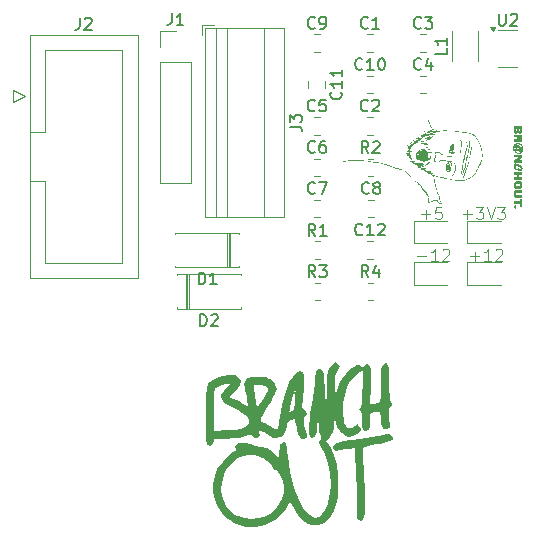
<source format=gbr>
%TF.GenerationSoftware,KiCad,Pcbnew,8.0.4*%
%TF.CreationDate,2024-08-17T15:47:15+02:00*%
%TF.ProjectId,breakout_pwr,62726561-6b6f-4757-945f-7077722e6b69,rev?*%
%TF.SameCoordinates,Original*%
%TF.FileFunction,Legend,Top*%
%TF.FilePolarity,Positive*%
%FSLAX46Y46*%
G04 Gerber Fmt 4.6, Leading zero omitted, Abs format (unit mm)*
G04 Created by KiCad (PCBNEW 8.0.4) date 2024-08-17 15:47:15*
%MOMM*%
%LPD*%
G01*
G04 APERTURE LIST*
%ADD10C,0.100000*%
%ADD11C,0.150000*%
%ADD12C,0.120000*%
%ADD13C,0.000000*%
G04 APERTURE END LIST*
D10*
X165468884Y-61031466D02*
X166230789Y-61031466D01*
X167230788Y-61412419D02*
X166659360Y-61412419D01*
X166945074Y-61412419D02*
X166945074Y-60412419D01*
X166945074Y-60412419D02*
X166849836Y-60555276D01*
X166849836Y-60555276D02*
X166754598Y-60650514D01*
X166754598Y-60650514D02*
X166659360Y-60698133D01*
X167611741Y-60507657D02*
X167659360Y-60460038D01*
X167659360Y-60460038D02*
X167754598Y-60412419D01*
X167754598Y-60412419D02*
X167992693Y-60412419D01*
X167992693Y-60412419D02*
X168087931Y-60460038D01*
X168087931Y-60460038D02*
X168135550Y-60507657D01*
X168135550Y-60507657D02*
X168183169Y-60602895D01*
X168183169Y-60602895D02*
X168183169Y-60698133D01*
X168183169Y-60698133D02*
X168135550Y-60840990D01*
X168135550Y-60840990D02*
X167564122Y-61412419D01*
X167564122Y-61412419D02*
X168183169Y-61412419D01*
X169968884Y-61031466D02*
X170730789Y-61031466D01*
X170349836Y-61412419D02*
X170349836Y-60650514D01*
X171730788Y-61412419D02*
X171159360Y-61412419D01*
X171445074Y-61412419D02*
X171445074Y-60412419D01*
X171445074Y-60412419D02*
X171349836Y-60555276D01*
X171349836Y-60555276D02*
X171254598Y-60650514D01*
X171254598Y-60650514D02*
X171159360Y-60698133D01*
X172111741Y-60507657D02*
X172159360Y-60460038D01*
X172159360Y-60460038D02*
X172254598Y-60412419D01*
X172254598Y-60412419D02*
X172492693Y-60412419D01*
X172492693Y-60412419D02*
X172587931Y-60460038D01*
X172587931Y-60460038D02*
X172635550Y-60507657D01*
X172635550Y-60507657D02*
X172683169Y-60602895D01*
X172683169Y-60602895D02*
X172683169Y-60698133D01*
X172683169Y-60698133D02*
X172635550Y-60840990D01*
X172635550Y-60840990D02*
X172064122Y-61412419D01*
X172064122Y-61412419D02*
X172683169Y-61412419D01*
X165803884Y-57491466D02*
X166565789Y-57491466D01*
X166184836Y-57872419D02*
X166184836Y-57110514D01*
X167518169Y-56872419D02*
X167041979Y-56872419D01*
X167041979Y-56872419D02*
X166994360Y-57348609D01*
X166994360Y-57348609D02*
X167041979Y-57300990D01*
X167041979Y-57300990D02*
X167137217Y-57253371D01*
X167137217Y-57253371D02*
X167375312Y-57253371D01*
X167375312Y-57253371D02*
X167470550Y-57300990D01*
X167470550Y-57300990D02*
X167518169Y-57348609D01*
X167518169Y-57348609D02*
X167565788Y-57443847D01*
X167565788Y-57443847D02*
X167565788Y-57681942D01*
X167565788Y-57681942D02*
X167518169Y-57777180D01*
X167518169Y-57777180D02*
X167470550Y-57824800D01*
X167470550Y-57824800D02*
X167375312Y-57872419D01*
X167375312Y-57872419D02*
X167137217Y-57872419D01*
X167137217Y-57872419D02*
X167041979Y-57824800D01*
X167041979Y-57824800D02*
X166994360Y-57777180D01*
X169303884Y-57491466D02*
X170065789Y-57491466D01*
X169684836Y-57872419D02*
X169684836Y-57110514D01*
X170446741Y-56872419D02*
X171065788Y-56872419D01*
X171065788Y-56872419D02*
X170732455Y-57253371D01*
X170732455Y-57253371D02*
X170875312Y-57253371D01*
X170875312Y-57253371D02*
X170970550Y-57300990D01*
X170970550Y-57300990D02*
X171018169Y-57348609D01*
X171018169Y-57348609D02*
X171065788Y-57443847D01*
X171065788Y-57443847D02*
X171065788Y-57681942D01*
X171065788Y-57681942D02*
X171018169Y-57777180D01*
X171018169Y-57777180D02*
X170970550Y-57824800D01*
X170970550Y-57824800D02*
X170875312Y-57872419D01*
X170875312Y-57872419D02*
X170589598Y-57872419D01*
X170589598Y-57872419D02*
X170494360Y-57824800D01*
X170494360Y-57824800D02*
X170446741Y-57777180D01*
X171351503Y-56872419D02*
X171684836Y-57872419D01*
X171684836Y-57872419D02*
X172018169Y-56872419D01*
X172256265Y-56872419D02*
X172875312Y-56872419D01*
X172875312Y-56872419D02*
X172541979Y-57253371D01*
X172541979Y-57253371D02*
X172684836Y-57253371D01*
X172684836Y-57253371D02*
X172780074Y-57300990D01*
X172780074Y-57300990D02*
X172827693Y-57348609D01*
X172827693Y-57348609D02*
X172875312Y-57443847D01*
X172875312Y-57443847D02*
X172875312Y-57681942D01*
X172875312Y-57681942D02*
X172827693Y-57777180D01*
X172827693Y-57777180D02*
X172780074Y-57824800D01*
X172780074Y-57824800D02*
X172684836Y-57872419D01*
X172684836Y-57872419D02*
X172399122Y-57872419D01*
X172399122Y-57872419D02*
X172303884Y-57824800D01*
X172303884Y-57824800D02*
X172256265Y-57777180D01*
D11*
X161295833Y-41679580D02*
X161248214Y-41727200D01*
X161248214Y-41727200D02*
X161105357Y-41774819D01*
X161105357Y-41774819D02*
X161010119Y-41774819D01*
X161010119Y-41774819D02*
X160867262Y-41727200D01*
X160867262Y-41727200D02*
X160772024Y-41631961D01*
X160772024Y-41631961D02*
X160724405Y-41536723D01*
X160724405Y-41536723D02*
X160676786Y-41346247D01*
X160676786Y-41346247D02*
X160676786Y-41203390D01*
X160676786Y-41203390D02*
X160724405Y-41012914D01*
X160724405Y-41012914D02*
X160772024Y-40917676D01*
X160772024Y-40917676D02*
X160867262Y-40822438D01*
X160867262Y-40822438D02*
X161010119Y-40774819D01*
X161010119Y-40774819D02*
X161105357Y-40774819D01*
X161105357Y-40774819D02*
X161248214Y-40822438D01*
X161248214Y-40822438D02*
X161295833Y-40870057D01*
X162248214Y-41774819D02*
X161676786Y-41774819D01*
X161962500Y-41774819D02*
X161962500Y-40774819D01*
X161962500Y-40774819D02*
X161867262Y-40917676D01*
X161867262Y-40917676D02*
X161772024Y-41012914D01*
X161772024Y-41012914D02*
X161676786Y-41060533D01*
X161370833Y-55679580D02*
X161323214Y-55727200D01*
X161323214Y-55727200D02*
X161180357Y-55774819D01*
X161180357Y-55774819D02*
X161085119Y-55774819D01*
X161085119Y-55774819D02*
X160942262Y-55727200D01*
X160942262Y-55727200D02*
X160847024Y-55631961D01*
X160847024Y-55631961D02*
X160799405Y-55536723D01*
X160799405Y-55536723D02*
X160751786Y-55346247D01*
X160751786Y-55346247D02*
X160751786Y-55203390D01*
X160751786Y-55203390D02*
X160799405Y-55012914D01*
X160799405Y-55012914D02*
X160847024Y-54917676D01*
X160847024Y-54917676D02*
X160942262Y-54822438D01*
X160942262Y-54822438D02*
X161085119Y-54774819D01*
X161085119Y-54774819D02*
X161180357Y-54774819D01*
X161180357Y-54774819D02*
X161323214Y-54822438D01*
X161323214Y-54822438D02*
X161370833Y-54870057D01*
X161942262Y-55203390D02*
X161847024Y-55155771D01*
X161847024Y-55155771D02*
X161799405Y-55108152D01*
X161799405Y-55108152D02*
X161751786Y-55012914D01*
X161751786Y-55012914D02*
X161751786Y-54965295D01*
X161751786Y-54965295D02*
X161799405Y-54870057D01*
X161799405Y-54870057D02*
X161847024Y-54822438D01*
X161847024Y-54822438D02*
X161942262Y-54774819D01*
X161942262Y-54774819D02*
X162132738Y-54774819D01*
X162132738Y-54774819D02*
X162227976Y-54822438D01*
X162227976Y-54822438D02*
X162275595Y-54870057D01*
X162275595Y-54870057D02*
X162323214Y-54965295D01*
X162323214Y-54965295D02*
X162323214Y-55012914D01*
X162323214Y-55012914D02*
X162275595Y-55108152D01*
X162275595Y-55108152D02*
X162227976Y-55155771D01*
X162227976Y-55155771D02*
X162132738Y-55203390D01*
X162132738Y-55203390D02*
X161942262Y-55203390D01*
X161942262Y-55203390D02*
X161847024Y-55251009D01*
X161847024Y-55251009D02*
X161799405Y-55298628D01*
X161799405Y-55298628D02*
X161751786Y-55393866D01*
X161751786Y-55393866D02*
X161751786Y-55584342D01*
X161751786Y-55584342D02*
X161799405Y-55679580D01*
X161799405Y-55679580D02*
X161847024Y-55727200D01*
X161847024Y-55727200D02*
X161942262Y-55774819D01*
X161942262Y-55774819D02*
X162132738Y-55774819D01*
X162132738Y-55774819D02*
X162227976Y-55727200D01*
X162227976Y-55727200D02*
X162275595Y-55679580D01*
X162275595Y-55679580D02*
X162323214Y-55584342D01*
X162323214Y-55584342D02*
X162323214Y-55393866D01*
X162323214Y-55393866D02*
X162275595Y-55298628D01*
X162275595Y-55298628D02*
X162227976Y-55251009D01*
X162227976Y-55251009D02*
X162132738Y-55203390D01*
X159002080Y-47142857D02*
X159049700Y-47190476D01*
X159049700Y-47190476D02*
X159097319Y-47333333D01*
X159097319Y-47333333D02*
X159097319Y-47428571D01*
X159097319Y-47428571D02*
X159049700Y-47571428D01*
X159049700Y-47571428D02*
X158954461Y-47666666D01*
X158954461Y-47666666D02*
X158859223Y-47714285D01*
X158859223Y-47714285D02*
X158668747Y-47761904D01*
X158668747Y-47761904D02*
X158525890Y-47761904D01*
X158525890Y-47761904D02*
X158335414Y-47714285D01*
X158335414Y-47714285D02*
X158240176Y-47666666D01*
X158240176Y-47666666D02*
X158144938Y-47571428D01*
X158144938Y-47571428D02*
X158097319Y-47428571D01*
X158097319Y-47428571D02*
X158097319Y-47333333D01*
X158097319Y-47333333D02*
X158144938Y-47190476D01*
X158144938Y-47190476D02*
X158192557Y-47142857D01*
X159097319Y-46190476D02*
X159097319Y-46761904D01*
X159097319Y-46476190D02*
X158097319Y-46476190D01*
X158097319Y-46476190D02*
X158240176Y-46571428D01*
X158240176Y-46571428D02*
X158335414Y-46666666D01*
X158335414Y-46666666D02*
X158383033Y-46761904D01*
X159097319Y-45238095D02*
X159097319Y-45809523D01*
X159097319Y-45523809D02*
X158097319Y-45523809D01*
X158097319Y-45523809D02*
X158240176Y-45619047D01*
X158240176Y-45619047D02*
X158335414Y-45714285D01*
X158335414Y-45714285D02*
X158383033Y-45809523D01*
X144666666Y-40464819D02*
X144666666Y-41179104D01*
X144666666Y-41179104D02*
X144619047Y-41321961D01*
X144619047Y-41321961D02*
X144523809Y-41417200D01*
X144523809Y-41417200D02*
X144380952Y-41464819D01*
X144380952Y-41464819D02*
X144285714Y-41464819D01*
X145666666Y-41464819D02*
X145095238Y-41464819D01*
X145380952Y-41464819D02*
X145380952Y-40464819D01*
X145380952Y-40464819D02*
X145285714Y-40607676D01*
X145285714Y-40607676D02*
X145190476Y-40702914D01*
X145190476Y-40702914D02*
X145095238Y-40750533D01*
X160819642Y-45179580D02*
X160772023Y-45227200D01*
X160772023Y-45227200D02*
X160629166Y-45274819D01*
X160629166Y-45274819D02*
X160533928Y-45274819D01*
X160533928Y-45274819D02*
X160391071Y-45227200D01*
X160391071Y-45227200D02*
X160295833Y-45131961D01*
X160295833Y-45131961D02*
X160248214Y-45036723D01*
X160248214Y-45036723D02*
X160200595Y-44846247D01*
X160200595Y-44846247D02*
X160200595Y-44703390D01*
X160200595Y-44703390D02*
X160248214Y-44512914D01*
X160248214Y-44512914D02*
X160295833Y-44417676D01*
X160295833Y-44417676D02*
X160391071Y-44322438D01*
X160391071Y-44322438D02*
X160533928Y-44274819D01*
X160533928Y-44274819D02*
X160629166Y-44274819D01*
X160629166Y-44274819D02*
X160772023Y-44322438D01*
X160772023Y-44322438D02*
X160819642Y-44370057D01*
X161772023Y-45274819D02*
X161200595Y-45274819D01*
X161486309Y-45274819D02*
X161486309Y-44274819D01*
X161486309Y-44274819D02*
X161391071Y-44417676D01*
X161391071Y-44417676D02*
X161295833Y-44512914D01*
X161295833Y-44512914D02*
X161200595Y-44560533D01*
X162391071Y-44274819D02*
X162486309Y-44274819D01*
X162486309Y-44274819D02*
X162581547Y-44322438D01*
X162581547Y-44322438D02*
X162629166Y-44370057D01*
X162629166Y-44370057D02*
X162676785Y-44465295D01*
X162676785Y-44465295D02*
X162724404Y-44655771D01*
X162724404Y-44655771D02*
X162724404Y-44893866D01*
X162724404Y-44893866D02*
X162676785Y-45084342D01*
X162676785Y-45084342D02*
X162629166Y-45179580D01*
X162629166Y-45179580D02*
X162581547Y-45227200D01*
X162581547Y-45227200D02*
X162486309Y-45274819D01*
X162486309Y-45274819D02*
X162391071Y-45274819D01*
X162391071Y-45274819D02*
X162295833Y-45227200D01*
X162295833Y-45227200D02*
X162248214Y-45179580D01*
X162248214Y-45179580D02*
X162200595Y-45084342D01*
X162200595Y-45084342D02*
X162152976Y-44893866D01*
X162152976Y-44893866D02*
X162152976Y-44655771D01*
X162152976Y-44655771D02*
X162200595Y-44465295D01*
X162200595Y-44465295D02*
X162248214Y-44370057D01*
X162248214Y-44370057D02*
X162295833Y-44322438D01*
X162295833Y-44322438D02*
X162391071Y-44274819D01*
X156795833Y-41679580D02*
X156748214Y-41727200D01*
X156748214Y-41727200D02*
X156605357Y-41774819D01*
X156605357Y-41774819D02*
X156510119Y-41774819D01*
X156510119Y-41774819D02*
X156367262Y-41727200D01*
X156367262Y-41727200D02*
X156272024Y-41631961D01*
X156272024Y-41631961D02*
X156224405Y-41536723D01*
X156224405Y-41536723D02*
X156176786Y-41346247D01*
X156176786Y-41346247D02*
X156176786Y-41203390D01*
X156176786Y-41203390D02*
X156224405Y-41012914D01*
X156224405Y-41012914D02*
X156272024Y-40917676D01*
X156272024Y-40917676D02*
X156367262Y-40822438D01*
X156367262Y-40822438D02*
X156510119Y-40774819D01*
X156510119Y-40774819D02*
X156605357Y-40774819D01*
X156605357Y-40774819D02*
X156748214Y-40822438D01*
X156748214Y-40822438D02*
X156795833Y-40870057D01*
X157272024Y-41774819D02*
X157462500Y-41774819D01*
X157462500Y-41774819D02*
X157557738Y-41727200D01*
X157557738Y-41727200D02*
X157605357Y-41679580D01*
X157605357Y-41679580D02*
X157700595Y-41536723D01*
X157700595Y-41536723D02*
X157748214Y-41346247D01*
X157748214Y-41346247D02*
X157748214Y-40965295D01*
X157748214Y-40965295D02*
X157700595Y-40870057D01*
X157700595Y-40870057D02*
X157652976Y-40822438D01*
X157652976Y-40822438D02*
X157557738Y-40774819D01*
X157557738Y-40774819D02*
X157367262Y-40774819D01*
X157367262Y-40774819D02*
X157272024Y-40822438D01*
X157272024Y-40822438D02*
X157224405Y-40870057D01*
X157224405Y-40870057D02*
X157176786Y-40965295D01*
X157176786Y-40965295D02*
X157176786Y-41203390D01*
X157176786Y-41203390D02*
X157224405Y-41298628D01*
X157224405Y-41298628D02*
X157272024Y-41346247D01*
X157272024Y-41346247D02*
X157367262Y-41393866D01*
X157367262Y-41393866D02*
X157557738Y-41393866D01*
X157557738Y-41393866D02*
X157652976Y-41346247D01*
X157652976Y-41346247D02*
X157700595Y-41298628D01*
X157700595Y-41298628D02*
X157748214Y-41203390D01*
X136896666Y-40854819D02*
X136896666Y-41569104D01*
X136896666Y-41569104D02*
X136849047Y-41711961D01*
X136849047Y-41711961D02*
X136753809Y-41807200D01*
X136753809Y-41807200D02*
X136610952Y-41854819D01*
X136610952Y-41854819D02*
X136515714Y-41854819D01*
X137325238Y-40950057D02*
X137372857Y-40902438D01*
X137372857Y-40902438D02*
X137468095Y-40854819D01*
X137468095Y-40854819D02*
X137706190Y-40854819D01*
X137706190Y-40854819D02*
X137801428Y-40902438D01*
X137801428Y-40902438D02*
X137849047Y-40950057D01*
X137849047Y-40950057D02*
X137896666Y-41045295D01*
X137896666Y-41045295D02*
X137896666Y-41140533D01*
X137896666Y-41140533D02*
X137849047Y-41283390D01*
X137849047Y-41283390D02*
X137277619Y-41854819D01*
X137277619Y-41854819D02*
X137896666Y-41854819D01*
X161295833Y-48679580D02*
X161248214Y-48727200D01*
X161248214Y-48727200D02*
X161105357Y-48774819D01*
X161105357Y-48774819D02*
X161010119Y-48774819D01*
X161010119Y-48774819D02*
X160867262Y-48727200D01*
X160867262Y-48727200D02*
X160772024Y-48631961D01*
X160772024Y-48631961D02*
X160724405Y-48536723D01*
X160724405Y-48536723D02*
X160676786Y-48346247D01*
X160676786Y-48346247D02*
X160676786Y-48203390D01*
X160676786Y-48203390D02*
X160724405Y-48012914D01*
X160724405Y-48012914D02*
X160772024Y-47917676D01*
X160772024Y-47917676D02*
X160867262Y-47822438D01*
X160867262Y-47822438D02*
X161010119Y-47774819D01*
X161010119Y-47774819D02*
X161105357Y-47774819D01*
X161105357Y-47774819D02*
X161248214Y-47822438D01*
X161248214Y-47822438D02*
X161295833Y-47870057D01*
X161676786Y-47870057D02*
X161724405Y-47822438D01*
X161724405Y-47822438D02*
X161819643Y-47774819D01*
X161819643Y-47774819D02*
X162057738Y-47774819D01*
X162057738Y-47774819D02*
X162152976Y-47822438D01*
X162152976Y-47822438D02*
X162200595Y-47870057D01*
X162200595Y-47870057D02*
X162248214Y-47965295D01*
X162248214Y-47965295D02*
X162248214Y-48060533D01*
X162248214Y-48060533D02*
X162200595Y-48203390D01*
X162200595Y-48203390D02*
X161629167Y-48774819D01*
X161629167Y-48774819D02*
X162248214Y-48774819D01*
X146951905Y-63424819D02*
X146951905Y-62424819D01*
X146951905Y-62424819D02*
X147190000Y-62424819D01*
X147190000Y-62424819D02*
X147332857Y-62472438D01*
X147332857Y-62472438D02*
X147428095Y-62567676D01*
X147428095Y-62567676D02*
X147475714Y-62662914D01*
X147475714Y-62662914D02*
X147523333Y-62853390D01*
X147523333Y-62853390D02*
X147523333Y-62996247D01*
X147523333Y-62996247D02*
X147475714Y-63186723D01*
X147475714Y-63186723D02*
X147428095Y-63281961D01*
X147428095Y-63281961D02*
X147332857Y-63377200D01*
X147332857Y-63377200D02*
X147190000Y-63424819D01*
X147190000Y-63424819D02*
X146951905Y-63424819D01*
X148475714Y-63424819D02*
X147904286Y-63424819D01*
X148190000Y-63424819D02*
X148190000Y-62424819D01*
X148190000Y-62424819D02*
X148094762Y-62567676D01*
X148094762Y-62567676D02*
X147999524Y-62662914D01*
X147999524Y-62662914D02*
X147904286Y-62710533D01*
X156795833Y-52179580D02*
X156748214Y-52227200D01*
X156748214Y-52227200D02*
X156605357Y-52274819D01*
X156605357Y-52274819D02*
X156510119Y-52274819D01*
X156510119Y-52274819D02*
X156367262Y-52227200D01*
X156367262Y-52227200D02*
X156272024Y-52131961D01*
X156272024Y-52131961D02*
X156224405Y-52036723D01*
X156224405Y-52036723D02*
X156176786Y-51846247D01*
X156176786Y-51846247D02*
X156176786Y-51703390D01*
X156176786Y-51703390D02*
X156224405Y-51512914D01*
X156224405Y-51512914D02*
X156272024Y-51417676D01*
X156272024Y-51417676D02*
X156367262Y-51322438D01*
X156367262Y-51322438D02*
X156510119Y-51274819D01*
X156510119Y-51274819D02*
X156605357Y-51274819D01*
X156605357Y-51274819D02*
X156748214Y-51322438D01*
X156748214Y-51322438D02*
X156795833Y-51370057D01*
X157652976Y-51274819D02*
X157462500Y-51274819D01*
X157462500Y-51274819D02*
X157367262Y-51322438D01*
X157367262Y-51322438D02*
X157319643Y-51370057D01*
X157319643Y-51370057D02*
X157224405Y-51512914D01*
X157224405Y-51512914D02*
X157176786Y-51703390D01*
X157176786Y-51703390D02*
X157176786Y-52084342D01*
X157176786Y-52084342D02*
X157224405Y-52179580D01*
X157224405Y-52179580D02*
X157272024Y-52227200D01*
X157272024Y-52227200D02*
X157367262Y-52274819D01*
X157367262Y-52274819D02*
X157557738Y-52274819D01*
X157557738Y-52274819D02*
X157652976Y-52227200D01*
X157652976Y-52227200D02*
X157700595Y-52179580D01*
X157700595Y-52179580D02*
X157748214Y-52084342D01*
X157748214Y-52084342D02*
X157748214Y-51846247D01*
X157748214Y-51846247D02*
X157700595Y-51751009D01*
X157700595Y-51751009D02*
X157652976Y-51703390D01*
X157652976Y-51703390D02*
X157557738Y-51655771D01*
X157557738Y-51655771D02*
X157367262Y-51655771D01*
X157367262Y-51655771D02*
X157272024Y-51703390D01*
X157272024Y-51703390D02*
X157224405Y-51751009D01*
X157224405Y-51751009D02*
X157176786Y-51846247D01*
X165795833Y-45179580D02*
X165748214Y-45227200D01*
X165748214Y-45227200D02*
X165605357Y-45274819D01*
X165605357Y-45274819D02*
X165510119Y-45274819D01*
X165510119Y-45274819D02*
X165367262Y-45227200D01*
X165367262Y-45227200D02*
X165272024Y-45131961D01*
X165272024Y-45131961D02*
X165224405Y-45036723D01*
X165224405Y-45036723D02*
X165176786Y-44846247D01*
X165176786Y-44846247D02*
X165176786Y-44703390D01*
X165176786Y-44703390D02*
X165224405Y-44512914D01*
X165224405Y-44512914D02*
X165272024Y-44417676D01*
X165272024Y-44417676D02*
X165367262Y-44322438D01*
X165367262Y-44322438D02*
X165510119Y-44274819D01*
X165510119Y-44274819D02*
X165605357Y-44274819D01*
X165605357Y-44274819D02*
X165748214Y-44322438D01*
X165748214Y-44322438D02*
X165795833Y-44370057D01*
X166652976Y-44608152D02*
X166652976Y-45274819D01*
X166414881Y-44227200D02*
X166176786Y-44941485D01*
X166176786Y-44941485D02*
X166795833Y-44941485D01*
X156833333Y-62804819D02*
X156500000Y-62328628D01*
X156261905Y-62804819D02*
X156261905Y-61804819D01*
X156261905Y-61804819D02*
X156642857Y-61804819D01*
X156642857Y-61804819D02*
X156738095Y-61852438D01*
X156738095Y-61852438D02*
X156785714Y-61900057D01*
X156785714Y-61900057D02*
X156833333Y-61995295D01*
X156833333Y-61995295D02*
X156833333Y-62138152D01*
X156833333Y-62138152D02*
X156785714Y-62233390D01*
X156785714Y-62233390D02*
X156738095Y-62281009D01*
X156738095Y-62281009D02*
X156642857Y-62328628D01*
X156642857Y-62328628D02*
X156261905Y-62328628D01*
X157166667Y-61804819D02*
X157785714Y-61804819D01*
X157785714Y-61804819D02*
X157452381Y-62185771D01*
X157452381Y-62185771D02*
X157595238Y-62185771D01*
X157595238Y-62185771D02*
X157690476Y-62233390D01*
X157690476Y-62233390D02*
X157738095Y-62281009D01*
X157738095Y-62281009D02*
X157785714Y-62376247D01*
X157785714Y-62376247D02*
X157785714Y-62614342D01*
X157785714Y-62614342D02*
X157738095Y-62709580D01*
X157738095Y-62709580D02*
X157690476Y-62757200D01*
X157690476Y-62757200D02*
X157595238Y-62804819D01*
X157595238Y-62804819D02*
X157309524Y-62804819D01*
X157309524Y-62804819D02*
X157214286Y-62757200D01*
X157214286Y-62757200D02*
X157166667Y-62709580D01*
X172375595Y-40504819D02*
X172375595Y-41314342D01*
X172375595Y-41314342D02*
X172423214Y-41409580D01*
X172423214Y-41409580D02*
X172470833Y-41457200D01*
X172470833Y-41457200D02*
X172566071Y-41504819D01*
X172566071Y-41504819D02*
X172756547Y-41504819D01*
X172756547Y-41504819D02*
X172851785Y-41457200D01*
X172851785Y-41457200D02*
X172899404Y-41409580D01*
X172899404Y-41409580D02*
X172947023Y-41314342D01*
X172947023Y-41314342D02*
X172947023Y-40504819D01*
X173375595Y-40600057D02*
X173423214Y-40552438D01*
X173423214Y-40552438D02*
X173518452Y-40504819D01*
X173518452Y-40504819D02*
X173756547Y-40504819D01*
X173756547Y-40504819D02*
X173851785Y-40552438D01*
X173851785Y-40552438D02*
X173899404Y-40600057D01*
X173899404Y-40600057D02*
X173947023Y-40695295D01*
X173947023Y-40695295D02*
X173947023Y-40790533D01*
X173947023Y-40790533D02*
X173899404Y-40933390D01*
X173899404Y-40933390D02*
X173327976Y-41504819D01*
X173327976Y-41504819D02*
X173947023Y-41504819D01*
X167954819Y-43416666D02*
X167954819Y-43892856D01*
X167954819Y-43892856D02*
X166954819Y-43892856D01*
X167954819Y-42559523D02*
X167954819Y-43130951D01*
X167954819Y-42845237D02*
X166954819Y-42845237D01*
X166954819Y-42845237D02*
X167097676Y-42940475D01*
X167097676Y-42940475D02*
X167192914Y-43035713D01*
X167192914Y-43035713D02*
X167240533Y-43130951D01*
X156795833Y-55669580D02*
X156748214Y-55717200D01*
X156748214Y-55717200D02*
X156605357Y-55764819D01*
X156605357Y-55764819D02*
X156510119Y-55764819D01*
X156510119Y-55764819D02*
X156367262Y-55717200D01*
X156367262Y-55717200D02*
X156272024Y-55621961D01*
X156272024Y-55621961D02*
X156224405Y-55526723D01*
X156224405Y-55526723D02*
X156176786Y-55336247D01*
X156176786Y-55336247D02*
X156176786Y-55193390D01*
X156176786Y-55193390D02*
X156224405Y-55002914D01*
X156224405Y-55002914D02*
X156272024Y-54907676D01*
X156272024Y-54907676D02*
X156367262Y-54812438D01*
X156367262Y-54812438D02*
X156510119Y-54764819D01*
X156510119Y-54764819D02*
X156605357Y-54764819D01*
X156605357Y-54764819D02*
X156748214Y-54812438D01*
X156748214Y-54812438D02*
X156795833Y-54860057D01*
X157129167Y-54764819D02*
X157795833Y-54764819D01*
X157795833Y-54764819D02*
X157367262Y-55764819D01*
X165795833Y-41679580D02*
X165748214Y-41727200D01*
X165748214Y-41727200D02*
X165605357Y-41774819D01*
X165605357Y-41774819D02*
X165510119Y-41774819D01*
X165510119Y-41774819D02*
X165367262Y-41727200D01*
X165367262Y-41727200D02*
X165272024Y-41631961D01*
X165272024Y-41631961D02*
X165224405Y-41536723D01*
X165224405Y-41536723D02*
X165176786Y-41346247D01*
X165176786Y-41346247D02*
X165176786Y-41203390D01*
X165176786Y-41203390D02*
X165224405Y-41012914D01*
X165224405Y-41012914D02*
X165272024Y-40917676D01*
X165272024Y-40917676D02*
X165367262Y-40822438D01*
X165367262Y-40822438D02*
X165510119Y-40774819D01*
X165510119Y-40774819D02*
X165605357Y-40774819D01*
X165605357Y-40774819D02*
X165748214Y-40822438D01*
X165748214Y-40822438D02*
X165795833Y-40870057D01*
X166129167Y-40774819D02*
X166748214Y-40774819D01*
X166748214Y-40774819D02*
X166414881Y-41155771D01*
X166414881Y-41155771D02*
X166557738Y-41155771D01*
X166557738Y-41155771D02*
X166652976Y-41203390D01*
X166652976Y-41203390D02*
X166700595Y-41251009D01*
X166700595Y-41251009D02*
X166748214Y-41346247D01*
X166748214Y-41346247D02*
X166748214Y-41584342D01*
X166748214Y-41584342D02*
X166700595Y-41679580D01*
X166700595Y-41679580D02*
X166652976Y-41727200D01*
X166652976Y-41727200D02*
X166557738Y-41774819D01*
X166557738Y-41774819D02*
X166272024Y-41774819D01*
X166272024Y-41774819D02*
X166176786Y-41727200D01*
X166176786Y-41727200D02*
X166129167Y-41679580D01*
X161333333Y-62804819D02*
X161000000Y-62328628D01*
X160761905Y-62804819D02*
X160761905Y-61804819D01*
X160761905Y-61804819D02*
X161142857Y-61804819D01*
X161142857Y-61804819D02*
X161238095Y-61852438D01*
X161238095Y-61852438D02*
X161285714Y-61900057D01*
X161285714Y-61900057D02*
X161333333Y-61995295D01*
X161333333Y-61995295D02*
X161333333Y-62138152D01*
X161333333Y-62138152D02*
X161285714Y-62233390D01*
X161285714Y-62233390D02*
X161238095Y-62281009D01*
X161238095Y-62281009D02*
X161142857Y-62328628D01*
X161142857Y-62328628D02*
X160761905Y-62328628D01*
X162190476Y-62138152D02*
X162190476Y-62804819D01*
X161952381Y-61757200D02*
X161714286Y-62471485D01*
X161714286Y-62471485D02*
X162333333Y-62471485D01*
X161333333Y-52304819D02*
X161000000Y-51828628D01*
X160761905Y-52304819D02*
X160761905Y-51304819D01*
X160761905Y-51304819D02*
X161142857Y-51304819D01*
X161142857Y-51304819D02*
X161238095Y-51352438D01*
X161238095Y-51352438D02*
X161285714Y-51400057D01*
X161285714Y-51400057D02*
X161333333Y-51495295D01*
X161333333Y-51495295D02*
X161333333Y-51638152D01*
X161333333Y-51638152D02*
X161285714Y-51733390D01*
X161285714Y-51733390D02*
X161238095Y-51781009D01*
X161238095Y-51781009D02*
X161142857Y-51828628D01*
X161142857Y-51828628D02*
X160761905Y-51828628D01*
X161714286Y-51400057D02*
X161761905Y-51352438D01*
X161761905Y-51352438D02*
X161857143Y-51304819D01*
X161857143Y-51304819D02*
X162095238Y-51304819D01*
X162095238Y-51304819D02*
X162190476Y-51352438D01*
X162190476Y-51352438D02*
X162238095Y-51400057D01*
X162238095Y-51400057D02*
X162285714Y-51495295D01*
X162285714Y-51495295D02*
X162285714Y-51590533D01*
X162285714Y-51590533D02*
X162238095Y-51733390D01*
X162238095Y-51733390D02*
X161666667Y-52304819D01*
X161666667Y-52304819D02*
X162285714Y-52304819D01*
X160819642Y-59179580D02*
X160772023Y-59227200D01*
X160772023Y-59227200D02*
X160629166Y-59274819D01*
X160629166Y-59274819D02*
X160533928Y-59274819D01*
X160533928Y-59274819D02*
X160391071Y-59227200D01*
X160391071Y-59227200D02*
X160295833Y-59131961D01*
X160295833Y-59131961D02*
X160248214Y-59036723D01*
X160248214Y-59036723D02*
X160200595Y-58846247D01*
X160200595Y-58846247D02*
X160200595Y-58703390D01*
X160200595Y-58703390D02*
X160248214Y-58512914D01*
X160248214Y-58512914D02*
X160295833Y-58417676D01*
X160295833Y-58417676D02*
X160391071Y-58322438D01*
X160391071Y-58322438D02*
X160533928Y-58274819D01*
X160533928Y-58274819D02*
X160629166Y-58274819D01*
X160629166Y-58274819D02*
X160772023Y-58322438D01*
X160772023Y-58322438D02*
X160819642Y-58370057D01*
X161772023Y-59274819D02*
X161200595Y-59274819D01*
X161486309Y-59274819D02*
X161486309Y-58274819D01*
X161486309Y-58274819D02*
X161391071Y-58417676D01*
X161391071Y-58417676D02*
X161295833Y-58512914D01*
X161295833Y-58512914D02*
X161200595Y-58560533D01*
X162152976Y-58370057D02*
X162200595Y-58322438D01*
X162200595Y-58322438D02*
X162295833Y-58274819D01*
X162295833Y-58274819D02*
X162533928Y-58274819D01*
X162533928Y-58274819D02*
X162629166Y-58322438D01*
X162629166Y-58322438D02*
X162676785Y-58370057D01*
X162676785Y-58370057D02*
X162724404Y-58465295D01*
X162724404Y-58465295D02*
X162724404Y-58560533D01*
X162724404Y-58560533D02*
X162676785Y-58703390D01*
X162676785Y-58703390D02*
X162105357Y-59274819D01*
X162105357Y-59274819D02*
X162724404Y-59274819D01*
X156833333Y-59304819D02*
X156500000Y-58828628D01*
X156261905Y-59304819D02*
X156261905Y-58304819D01*
X156261905Y-58304819D02*
X156642857Y-58304819D01*
X156642857Y-58304819D02*
X156738095Y-58352438D01*
X156738095Y-58352438D02*
X156785714Y-58400057D01*
X156785714Y-58400057D02*
X156833333Y-58495295D01*
X156833333Y-58495295D02*
X156833333Y-58638152D01*
X156833333Y-58638152D02*
X156785714Y-58733390D01*
X156785714Y-58733390D02*
X156738095Y-58781009D01*
X156738095Y-58781009D02*
X156642857Y-58828628D01*
X156642857Y-58828628D02*
X156261905Y-58828628D01*
X157785714Y-59304819D02*
X157214286Y-59304819D01*
X157500000Y-59304819D02*
X157500000Y-58304819D01*
X157500000Y-58304819D02*
X157404762Y-58447676D01*
X157404762Y-58447676D02*
X157309524Y-58542914D01*
X157309524Y-58542914D02*
X157214286Y-58590533D01*
X154674819Y-50063333D02*
X155389104Y-50063333D01*
X155389104Y-50063333D02*
X155531961Y-50110952D01*
X155531961Y-50110952D02*
X155627200Y-50206190D01*
X155627200Y-50206190D02*
X155674819Y-50349047D01*
X155674819Y-50349047D02*
X155674819Y-50444285D01*
X154674819Y-49682380D02*
X154674819Y-49063333D01*
X154674819Y-49063333D02*
X155055771Y-49396666D01*
X155055771Y-49396666D02*
X155055771Y-49253809D01*
X155055771Y-49253809D02*
X155103390Y-49158571D01*
X155103390Y-49158571D02*
X155151009Y-49110952D01*
X155151009Y-49110952D02*
X155246247Y-49063333D01*
X155246247Y-49063333D02*
X155484342Y-49063333D01*
X155484342Y-49063333D02*
X155579580Y-49110952D01*
X155579580Y-49110952D02*
X155627200Y-49158571D01*
X155627200Y-49158571D02*
X155674819Y-49253809D01*
X155674819Y-49253809D02*
X155674819Y-49539523D01*
X155674819Y-49539523D02*
X155627200Y-49634761D01*
X155627200Y-49634761D02*
X155579580Y-49682380D01*
X156795833Y-48679580D02*
X156748214Y-48727200D01*
X156748214Y-48727200D02*
X156605357Y-48774819D01*
X156605357Y-48774819D02*
X156510119Y-48774819D01*
X156510119Y-48774819D02*
X156367262Y-48727200D01*
X156367262Y-48727200D02*
X156272024Y-48631961D01*
X156272024Y-48631961D02*
X156224405Y-48536723D01*
X156224405Y-48536723D02*
X156176786Y-48346247D01*
X156176786Y-48346247D02*
X156176786Y-48203390D01*
X156176786Y-48203390D02*
X156224405Y-48012914D01*
X156224405Y-48012914D02*
X156272024Y-47917676D01*
X156272024Y-47917676D02*
X156367262Y-47822438D01*
X156367262Y-47822438D02*
X156510119Y-47774819D01*
X156510119Y-47774819D02*
X156605357Y-47774819D01*
X156605357Y-47774819D02*
X156748214Y-47822438D01*
X156748214Y-47822438D02*
X156795833Y-47870057D01*
X157700595Y-47774819D02*
X157224405Y-47774819D01*
X157224405Y-47774819D02*
X157176786Y-48251009D01*
X157176786Y-48251009D02*
X157224405Y-48203390D01*
X157224405Y-48203390D02*
X157319643Y-48155771D01*
X157319643Y-48155771D02*
X157557738Y-48155771D01*
X157557738Y-48155771D02*
X157652976Y-48203390D01*
X157652976Y-48203390D02*
X157700595Y-48251009D01*
X157700595Y-48251009D02*
X157748214Y-48346247D01*
X157748214Y-48346247D02*
X157748214Y-48584342D01*
X157748214Y-48584342D02*
X157700595Y-48679580D01*
X157700595Y-48679580D02*
X157652976Y-48727200D01*
X157652976Y-48727200D02*
X157557738Y-48774819D01*
X157557738Y-48774819D02*
X157319643Y-48774819D01*
X157319643Y-48774819D02*
X157224405Y-48727200D01*
X157224405Y-48727200D02*
X157176786Y-48679580D01*
X147071905Y-66954819D02*
X147071905Y-65954819D01*
X147071905Y-65954819D02*
X147310000Y-65954819D01*
X147310000Y-65954819D02*
X147452857Y-66002438D01*
X147452857Y-66002438D02*
X147548095Y-66097676D01*
X147548095Y-66097676D02*
X147595714Y-66192914D01*
X147595714Y-66192914D02*
X147643333Y-66383390D01*
X147643333Y-66383390D02*
X147643333Y-66526247D01*
X147643333Y-66526247D02*
X147595714Y-66716723D01*
X147595714Y-66716723D02*
X147548095Y-66811961D01*
X147548095Y-66811961D02*
X147452857Y-66907200D01*
X147452857Y-66907200D02*
X147310000Y-66954819D01*
X147310000Y-66954819D02*
X147071905Y-66954819D01*
X148024286Y-66050057D02*
X148071905Y-66002438D01*
X148071905Y-66002438D02*
X148167143Y-65954819D01*
X148167143Y-65954819D02*
X148405238Y-65954819D01*
X148405238Y-65954819D02*
X148500476Y-66002438D01*
X148500476Y-66002438D02*
X148548095Y-66050057D01*
X148548095Y-66050057D02*
X148595714Y-66145295D01*
X148595714Y-66145295D02*
X148595714Y-66240533D01*
X148595714Y-66240533D02*
X148548095Y-66383390D01*
X148548095Y-66383390D02*
X147976667Y-66954819D01*
X147976667Y-66954819D02*
X148595714Y-66954819D01*
D12*
%TO.C,C1*%
X161201248Y-42265000D02*
X161723752Y-42265000D01*
X161201248Y-43735000D02*
X161723752Y-43735000D01*
%TO.C,D4*%
X169665000Y-58040000D02*
X169665000Y-59960000D01*
X169665000Y-59960000D02*
X172525000Y-59960000D01*
X172525000Y-58040000D02*
X169665000Y-58040000D01*
%TO.C,C8*%
X161276248Y-56265000D02*
X161798752Y-56265000D01*
X161276248Y-57735000D02*
X161798752Y-57735000D01*
%TO.C,D3*%
X165165000Y-58040000D02*
X165165000Y-59960000D01*
X165165000Y-59960000D02*
X168025000Y-59960000D01*
X168025000Y-58040000D02*
X165165000Y-58040000D01*
D13*
%TO.C,brasnchoutlogo*%
G36*
X163133896Y-76127348D02*
G01*
X163225796Y-76171797D01*
X163293181Y-76233921D01*
X163393599Y-76376118D01*
X163407194Y-76497272D01*
X163322854Y-76603737D01*
X163129468Y-76701871D01*
X162815926Y-76798030D01*
X162371116Y-76898571D01*
X162008526Y-76968877D01*
X161571205Y-77051881D01*
X161260793Y-77116591D01*
X161056012Y-77169793D01*
X160935583Y-77218274D01*
X160878226Y-77268818D01*
X160862663Y-77328213D01*
X160862585Y-77334326D01*
X160866148Y-77444678D01*
X160876215Y-77685860D01*
X160891907Y-78038588D01*
X160912343Y-78483578D01*
X160936644Y-79001546D01*
X160963929Y-79573207D01*
X160979303Y-79891465D01*
X161006647Y-80501198D01*
X161028544Y-81083033D01*
X161044467Y-81614510D01*
X161053890Y-82073167D01*
X161056283Y-82436546D01*
X161051122Y-82682184D01*
X161046331Y-82747087D01*
X160978072Y-83105967D01*
X160870421Y-83341239D01*
X160730953Y-83445728D01*
X160567243Y-83412264D01*
X160450050Y-83311629D01*
X160372700Y-83193580D01*
X160343206Y-83036164D01*
X160354076Y-82790455D01*
X160360422Y-82726536D01*
X160372330Y-82518051D01*
X160375063Y-82202503D01*
X160368408Y-81773311D01*
X160352154Y-81223890D01*
X160326087Y-80547659D01*
X160289996Y-79738033D01*
X160243668Y-78788431D01*
X160215970Y-78246954D01*
X160165790Y-77278773D01*
X159648183Y-77322168D01*
X159338443Y-77358973D01*
X159049518Y-77411411D01*
X158868151Y-77460456D01*
X158683217Y-77514232D01*
X158562907Y-77493082D01*
X158438865Y-77388488D01*
X158328939Y-77246132D01*
X158333152Y-77128963D01*
X158351919Y-77094932D01*
X158477801Y-76939010D01*
X158647332Y-76823212D01*
X158887527Y-76737761D01*
X159225398Y-76672883D01*
X159660153Y-76621529D01*
X160067850Y-76573259D01*
X160563783Y-76502474D01*
X161089235Y-76418165D01*
X161585485Y-76329324D01*
X161651573Y-76316591D01*
X162156043Y-76220270D01*
X162535021Y-76154268D01*
X162809997Y-76117501D01*
X163002460Y-76108889D01*
X163133896Y-76127348D01*
G37*
G36*
X155753695Y-70872850D02*
G01*
X155778388Y-70898418D01*
X155850964Y-71066889D01*
X155892665Y-71368859D01*
X155903276Y-71790693D01*
X155882584Y-72318756D01*
X155830374Y-72939410D01*
X155812941Y-73102336D01*
X155723124Y-73910072D01*
X155925662Y-74069389D01*
X156088029Y-74233668D01*
X156110851Y-74379868D01*
X155996954Y-74538062D01*
X155971929Y-74561370D01*
X155875620Y-74676884D01*
X155845086Y-74821122D01*
X155865724Y-75042691D01*
X155919491Y-75310252D01*
X156003451Y-75630182D01*
X156063310Y-75823426D01*
X156141699Y-76069093D01*
X156170865Y-76217682D01*
X156152057Y-76313685D01*
X156086520Y-76401592D01*
X156079727Y-76409130D01*
X155899381Y-76534603D01*
X155723515Y-76516541D01*
X155558277Y-76361700D01*
X155409817Y-76076831D01*
X155284281Y-75668688D01*
X155245996Y-75493440D01*
X155187657Y-75204311D01*
X155140441Y-74978246D01*
X155111757Y-74850400D01*
X155107124Y-74834622D01*
X155037307Y-74846069D01*
X154876584Y-74900919D01*
X154801848Y-74929943D01*
X154639046Y-75004363D01*
X154541120Y-75092870D01*
X154479411Y-75239156D01*
X154425258Y-75486913D01*
X154420645Y-75511104D01*
X154305939Y-75929093D01*
X154147888Y-76208823D01*
X153948414Y-76347429D01*
X153849176Y-76362950D01*
X153682430Y-76384125D01*
X153601045Y-76419311D01*
X153530679Y-76460974D01*
X153428232Y-76455029D01*
X153269441Y-76392312D01*
X153030048Y-76263656D01*
X152746544Y-76096495D01*
X152476459Y-75935997D01*
X152258121Y-75809691D01*
X152120969Y-75734417D01*
X152089821Y-75720755D01*
X152082095Y-75784510D01*
X152106287Y-75939178D01*
X152108895Y-75951246D01*
X152115000Y-76175132D01*
X152028071Y-76326986D01*
X151875495Y-76449332D01*
X151732290Y-76442991D01*
X151567232Y-76303709D01*
X151528323Y-76258899D01*
X151400632Y-76123649D01*
X151306623Y-76092997D01*
X151191964Y-76149712D01*
X151189385Y-76151421D01*
X150880333Y-76294746D01*
X150446212Y-76395090D01*
X149880225Y-76453565D01*
X149233378Y-76471343D01*
X148830763Y-76472427D01*
X148554605Y-76477657D01*
X148381066Y-76491275D01*
X148286308Y-76517519D01*
X148246492Y-76560631D01*
X148237780Y-76624851D01*
X148237668Y-76648457D01*
X148185476Y-76824769D01*
X148061461Y-76985163D01*
X147914464Y-77070544D01*
X147886445Y-77073418D01*
X147781628Y-77022000D01*
X147696650Y-76941909D01*
X147664843Y-76886514D01*
X147639712Y-76792007D01*
X147620645Y-76642954D01*
X147607032Y-76423920D01*
X147598262Y-76119469D01*
X147593724Y-75714167D01*
X147592807Y-75192578D01*
X147594900Y-74539267D01*
X147595635Y-74389723D01*
X147597160Y-74032330D01*
X148275242Y-74032330D01*
X148275242Y-75811252D01*
X149327313Y-75781322D01*
X149778745Y-75764825D01*
X150112423Y-75742044D01*
X150360876Y-75708564D01*
X150556636Y-75659971D01*
X150732232Y-75591851D01*
X150735943Y-75590178D01*
X151041390Y-75399275D01*
X151204216Y-75168508D01*
X151222666Y-74900535D01*
X151214639Y-74864176D01*
X151159801Y-74720085D01*
X151058994Y-74586195D01*
X150891331Y-74446115D01*
X150635926Y-74283451D01*
X150271892Y-74081813D01*
X150106774Y-73994721D01*
X149632351Y-73735516D01*
X149283695Y-73516511D01*
X149045941Y-73324885D01*
X148904223Y-73147817D01*
X148843674Y-72972486D01*
X148838851Y-72901228D01*
X148856333Y-72758286D01*
X148923928Y-72621387D01*
X149064361Y-72457767D01*
X149300360Y-72234659D01*
X149302545Y-72232682D01*
X149766239Y-71813063D01*
X149509202Y-71818887D01*
X149243591Y-71858034D01*
X148916469Y-71951354D01*
X148596028Y-72077082D01*
X148425538Y-72164744D01*
X148378022Y-72199453D01*
X148341729Y-72252788D01*
X148315151Y-72343476D01*
X148296782Y-72490244D01*
X148285113Y-72711817D01*
X148278638Y-73026923D01*
X148275850Y-73454288D01*
X148275242Y-74012638D01*
X148275242Y-74032330D01*
X147597160Y-74032330D01*
X147597244Y-74012638D01*
X147598582Y-73698934D01*
X147602391Y-73141911D01*
X147611246Y-72702165D01*
X147629334Y-72363203D01*
X147660839Y-72108533D01*
X147709948Y-71921665D01*
X147780845Y-71786105D01*
X147877717Y-71685364D01*
X148004749Y-71602948D01*
X148166126Y-71522367D01*
X148344922Y-71437426D01*
X148675092Y-71304746D01*
X149052276Y-71195801D01*
X149430005Y-71119985D01*
X149761809Y-71086691D01*
X149995384Y-71103799D01*
X150165915Y-71187583D01*
X150352306Y-71335118D01*
X150380523Y-71363365D01*
X150510751Y-71542838D01*
X150542136Y-71724561D01*
X150467683Y-71928737D01*
X150280400Y-72175566D01*
X150001344Y-72458725D01*
X149519294Y-72916517D01*
X149908138Y-73097482D01*
X150201433Y-73243718D01*
X150527905Y-73420580D01*
X150704240Y-73522678D01*
X150916909Y-73648952D01*
X151069529Y-73737184D01*
X151126018Y-73766909D01*
X151127657Y-73698972D01*
X151107156Y-73518749D01*
X151070358Y-73261624D01*
X151023103Y-72962979D01*
X150971232Y-72658196D01*
X150920586Y-72382659D01*
X150877006Y-72171751D01*
X150846333Y-72060854D01*
X150843490Y-72055460D01*
X150828861Y-71981777D01*
X151602405Y-71981777D01*
X151650485Y-72367095D01*
X151686483Y-72640879D01*
X151734611Y-72988033D01*
X151784374Y-73332881D01*
X151870182Y-73913349D01*
X152305537Y-73295307D01*
X152498668Y-73003421D01*
X152659163Y-72728009D01*
X152764398Y-72509543D01*
X152790708Y-72427420D01*
X152804429Y-72234368D01*
X152769215Y-72106704D01*
X152765148Y-72102200D01*
X152602858Y-72015883D01*
X152347683Y-71957742D01*
X152055925Y-71937760D01*
X151892670Y-71947525D01*
X151602405Y-71981777D01*
X150828861Y-71981777D01*
X150810886Y-71891245D01*
X150851147Y-71676620D01*
X150946775Y-71481268D01*
X151003614Y-71417863D01*
X151157237Y-71350509D01*
X151418900Y-71298593D01*
X151746896Y-71264691D01*
X152099521Y-71251375D01*
X152435070Y-71261220D01*
X152711836Y-71296800D01*
X152763952Y-71309205D01*
X153026459Y-71433705D01*
X153274953Y-71640360D01*
X153463474Y-71883743D01*
X153540713Y-72076923D01*
X153557545Y-72267964D01*
X153528708Y-72468617D01*
X153444357Y-72702047D01*
X153294651Y-72991417D01*
X153069746Y-73359892D01*
X152857854Y-73683981D01*
X152577813Y-74116462D01*
X152383954Y-74445215D01*
X152269633Y-74684718D01*
X152228207Y-74849449D01*
X152253032Y-74953886D01*
X152267341Y-74970827D01*
X152356948Y-75035825D01*
X152544361Y-75157205D01*
X152798026Y-75314836D01*
X152969395Y-75418737D01*
X153276972Y-75601754D01*
X153481907Y-75700526D01*
X153610347Y-75702236D01*
X153688440Y-75594066D01*
X153742331Y-75363199D01*
X153795651Y-75013691D01*
X153916846Y-74263087D01*
X153937113Y-74159605D01*
X154635404Y-74159605D01*
X154661163Y-74209957D01*
X154731905Y-74198652D01*
X154849561Y-74146676D01*
X154873735Y-74135593D01*
X154956295Y-74087647D01*
X155012017Y-74013604D01*
X155049092Y-73883234D01*
X155075711Y-73666309D01*
X155100063Y-73332598D01*
X155102782Y-73290179D01*
X155127331Y-72945870D01*
X155153814Y-72640467D01*
X155178296Y-72416678D01*
X155190437Y-72339098D01*
X155202898Y-72248057D01*
X155179544Y-72277812D01*
X155128418Y-72405408D01*
X155057562Y-72607885D01*
X154975017Y-72862287D01*
X154888827Y-73145657D01*
X154808733Y-73428743D01*
X154711120Y-73789985D01*
X154652700Y-74026610D01*
X154635404Y-74159605D01*
X153937113Y-74159605D01*
X154042309Y-73622477D01*
X154180891Y-73051632D01*
X154341445Y-72510321D01*
X154356909Y-72462794D01*
X154505805Y-72026532D01*
X154635124Y-71700034D01*
X154763167Y-71447618D01*
X154908232Y-71233602D01*
X155088619Y-71022303D01*
X155104405Y-71005223D01*
X155340577Y-70815550D01*
X155558951Y-70771118D01*
X155753695Y-70872850D01*
G37*
G36*
X158782061Y-70144470D02*
G01*
X158784305Y-70146939D01*
X158894339Y-70326055D01*
X158870081Y-70497874D01*
X158752102Y-70654950D01*
X158643200Y-70804072D01*
X158569342Y-70996623D01*
X158526535Y-71258343D01*
X158510789Y-71614975D01*
X158518112Y-72092260D01*
X158520084Y-72151229D01*
X158548821Y-72977856D01*
X158685929Y-72440320D01*
X158856703Y-71890125D01*
X159069522Y-71443047D01*
X159347316Y-71053130D01*
X159419177Y-70970734D01*
X159768676Y-70622478D01*
X160086818Y-70384529D01*
X160362348Y-70262279D01*
X160584008Y-70261123D01*
X160714302Y-70350182D01*
X160795839Y-70419282D01*
X160884881Y-70388928D01*
X160972577Y-70312608D01*
X161141848Y-70185318D01*
X161276379Y-70183631D01*
X161423565Y-70307277D01*
X161426073Y-70310042D01*
X161471675Y-70371135D01*
X161504710Y-70452883D01*
X161526311Y-70576242D01*
X161537612Y-70762165D01*
X161539746Y-71031609D01*
X161533848Y-71405528D01*
X161521051Y-71904877D01*
X161518073Y-72010722D01*
X161474113Y-73561167D01*
X161857680Y-73515739D01*
X162093786Y-73474548D01*
X162270405Y-73419891D01*
X162322150Y-73388943D01*
X162353803Y-73279535D01*
X162377942Y-73026883D01*
X162394204Y-72637870D01*
X162402226Y-72119377D01*
X162403052Y-71854778D01*
X162404192Y-71347770D01*
X162408908Y-70969135D01*
X162419148Y-70696957D01*
X162436858Y-70509321D01*
X162463986Y-70384315D01*
X162502478Y-70300021D01*
X162546208Y-70243322D01*
X162681114Y-70126741D01*
X162781238Y-70084661D01*
X162873734Y-70101533D01*
X162945105Y-70163696D01*
X162998546Y-70288470D01*
X163037256Y-70493174D01*
X163064432Y-70795129D01*
X163083272Y-71211652D01*
X163096973Y-71760065D01*
X163097728Y-71798918D01*
X163110511Y-72338912D01*
X163126378Y-72746521D01*
X163146859Y-73039646D01*
X163173485Y-73236189D01*
X163207784Y-73354053D01*
X163234249Y-73396218D01*
X163331158Y-73550467D01*
X163298619Y-73689069D01*
X163192106Y-73804483D01*
X163094044Y-73980543D01*
X163045159Y-74265031D01*
X163047304Y-74623723D01*
X163102331Y-75022397D01*
X163121415Y-75110760D01*
X163160390Y-75334484D01*
X163141834Y-75475481D01*
X163070357Y-75580434D01*
X162883095Y-75705665D01*
X162690497Y-75681622D01*
X162556926Y-75574413D01*
X162478831Y-75434591D01*
X162424579Y-75200804D01*
X162388393Y-74846781D01*
X162384788Y-74791738D01*
X162345089Y-74155407D01*
X162073479Y-74191470D01*
X161786816Y-74229478D01*
X161607433Y-74271894D01*
X161510341Y-74350174D01*
X161470551Y-74495777D01*
X161463073Y-74740159D01*
X161463703Y-74959061D01*
X161458306Y-75295438D01*
X161438172Y-75515667D01*
X161397389Y-75653635D01*
X161330044Y-75743229D01*
X161326277Y-75746682D01*
X161161378Y-75856429D01*
X161022780Y-75833751D01*
X160911741Y-75733625D01*
X160847900Y-75625461D01*
X160809152Y-75452406D01*
X160790728Y-75183133D01*
X160787372Y-74916199D01*
X160780300Y-74558791D01*
X160756541Y-74324931D01*
X160712276Y-74188422D01*
X160674650Y-74142649D01*
X160571418Y-74002065D01*
X160609185Y-73849735D01*
X160671038Y-73770901D01*
X160712326Y-73689426D01*
X160746352Y-73534199D01*
X160774832Y-73288213D01*
X160799479Y-72934466D01*
X160822007Y-72455952D01*
X160833041Y-72163776D01*
X160885934Y-70677217D01*
X160605783Y-70850613D01*
X160172135Y-71163142D01*
X159840267Y-71513134D01*
X159589026Y-71931988D01*
X159397256Y-72451105D01*
X159315110Y-72766408D01*
X159252013Y-73131925D01*
X159211551Y-73564717D01*
X159194117Y-74022762D01*
X159200107Y-74464040D01*
X159229915Y-74846528D01*
X159283935Y-75128205D01*
X159292697Y-75155058D01*
X159430524Y-75413899D01*
X159611529Y-75563526D01*
X159810606Y-75588532D01*
X159922152Y-75541372D01*
X160164119Y-75386000D01*
X160315006Y-75302668D01*
X160410382Y-75282489D01*
X160485815Y-75316579D01*
X160561032Y-75381779D01*
X160681554Y-75554124D01*
X160664599Y-75737338D01*
X160507030Y-75941686D01*
X160349429Y-76074353D01*
X160021654Y-76264353D01*
X159708431Y-76315509D01*
X159395512Y-76225611D01*
X159068648Y-75992453D01*
X158926206Y-75853803D01*
X158676284Y-75497226D01*
X158545895Y-75064741D01*
X158523428Y-74819476D01*
X158511388Y-74748788D01*
X158487722Y-74817049D01*
X158455560Y-75013638D01*
X158446860Y-75079242D01*
X158375966Y-75546994D01*
X158294063Y-75895314D01*
X158190567Y-76155065D01*
X158054893Y-76357110D01*
X157981379Y-76436576D01*
X157743881Y-76673013D01*
X157980611Y-76981945D01*
X158150004Y-77263387D01*
X158324462Y-77660686D01*
X158491615Y-78140416D01*
X158639094Y-78669155D01*
X158695825Y-78914542D01*
X158752911Y-79306426D01*
X158783539Y-79797357D01*
X158788772Y-80342258D01*
X158769673Y-80896050D01*
X158727306Y-81413654D01*
X158662736Y-81849992D01*
X158622472Y-82023544D01*
X158417513Y-82582147D01*
X158142041Y-83051456D01*
X157810391Y-83421325D01*
X157436899Y-83681603D01*
X157035899Y-83822143D01*
X156621726Y-83832795D01*
X156232989Y-83715208D01*
X155972922Y-83540985D01*
X155681841Y-83263765D01*
X155389853Y-82917857D01*
X155127066Y-82537569D01*
X154993889Y-82303217D01*
X154865894Y-82064950D01*
X154762783Y-81890003D01*
X154704200Y-81811393D01*
X154700390Y-81809954D01*
X154649876Y-81872830D01*
X154564672Y-82030340D01*
X154517722Y-82129055D01*
X154345695Y-82409106D01*
X154080929Y-82729324D01*
X153760319Y-83053827D01*
X153420763Y-83346734D01*
X153099157Y-83572163D01*
X152954373Y-83649391D01*
X152281538Y-83878976D01*
X151576635Y-83974396D01*
X150875225Y-83931448D01*
X150755123Y-83909319D01*
X150361303Y-83800361D01*
X149988916Y-83628844D01*
X149588055Y-83370378D01*
X149461016Y-83276927D01*
X148963748Y-82813774D01*
X148584378Y-82270419D01*
X148326794Y-81664592D01*
X148194885Y-81014024D01*
X148194106Y-80788658D01*
X148864020Y-80788658D01*
X148956124Y-81354139D01*
X149183782Y-81933543D01*
X149301916Y-82155907D01*
X149509794Y-82470286D01*
X149750454Y-82707445D01*
X150068972Y-82906182D01*
X150302411Y-83017039D01*
X150859437Y-83208951D01*
X151404581Y-83276836D01*
X151973441Y-83221749D01*
X152493507Y-83081931D01*
X152996552Y-82841054D01*
X153425740Y-82491189D01*
X153768421Y-82056619D01*
X154011942Y-81561630D01*
X154143654Y-81030503D01*
X154150905Y-80487524D01*
X154061970Y-80071233D01*
X153939279Y-79743742D01*
X153804886Y-79466088D01*
X153675735Y-79268092D01*
X153568771Y-79179575D01*
X153554172Y-79177560D01*
X153415027Y-79118908D01*
X153276296Y-78984143D01*
X153198165Y-78835048D01*
X153195108Y-78808960D01*
X153130886Y-78688947D01*
X152960354Y-78523263D01*
X152711485Y-78333743D01*
X152412251Y-78142223D01*
X152173057Y-78011144D01*
X151719070Y-77860633D01*
X151237481Y-77840958D01*
X150750209Y-77941054D01*
X150279174Y-78149855D01*
X149846294Y-78456294D01*
X149473487Y-78849305D01*
X149182674Y-79317822D01*
X149075555Y-79574979D01*
X148904740Y-80205978D01*
X148864020Y-80788658D01*
X148194106Y-80788658D01*
X148192542Y-80336446D01*
X148323652Y-79649588D01*
X148539998Y-79077927D01*
X148722609Y-78773318D01*
X148989187Y-78430274D01*
X149299559Y-78092921D01*
X149613550Y-77805386D01*
X149857871Y-77630404D01*
X150048940Y-77509196D01*
X150128662Y-77422332D01*
X150120384Y-77337469D01*
X150098116Y-77297565D01*
X150053341Y-77167666D01*
X150118650Y-77038787D01*
X150150136Y-77002474D01*
X150341293Y-76892724D01*
X150636000Y-76848076D01*
X151002220Y-76868788D01*
X151407913Y-76955120D01*
X151525091Y-76991376D01*
X151827243Y-77080683D01*
X152131524Y-77153676D01*
X152283765Y-77181236D01*
X152754373Y-77312023D01*
X153180091Y-77570414D01*
X153482614Y-77854458D01*
X153798615Y-78197279D01*
X153798615Y-77609421D01*
X153805708Y-77290694D01*
X153831655Y-77085524D01*
X153883452Y-76957641D01*
X153936041Y-76897195D01*
X154107550Y-76782329D01*
X154243918Y-76786525D01*
X154348820Y-76916306D01*
X154425931Y-77178191D01*
X154478926Y-77578701D01*
X154501314Y-77900045D01*
X154566553Y-78605180D01*
X154682815Y-79312047D01*
X154843246Y-80004862D01*
X155040991Y-80667840D01*
X155269196Y-81285198D01*
X155521009Y-81841152D01*
X155789574Y-82319917D01*
X156068038Y-82705708D01*
X156349547Y-82982743D01*
X156627248Y-83135236D01*
X156785501Y-83160400D01*
X157130243Y-83089139D01*
X157427865Y-82876433D01*
X157677319Y-82523895D01*
X157877558Y-82033141D01*
X158027533Y-81405785D01*
X158062273Y-81193166D01*
X158125990Y-80327641D01*
X158069747Y-79447777D01*
X157900115Y-78585885D01*
X157623667Y-77774273D01*
X157246976Y-77045250D01*
X157205212Y-76979922D01*
X157119747Y-76831876D01*
X157124875Y-76735479D01*
X157225989Y-76618568D01*
X157232716Y-76611834D01*
X157339291Y-76485157D01*
X157341208Y-76381833D01*
X157282979Y-76279628D01*
X157224145Y-76126301D01*
X157167634Y-75871452D01*
X157123645Y-75563652D01*
X157115692Y-75482924D01*
X157060013Y-74856554D01*
X156999408Y-75495312D01*
X156935875Y-75926724D01*
X156841486Y-76221026D01*
X156718524Y-76375292D01*
X156569274Y-76386594D01*
X156402865Y-76259661D01*
X156356495Y-76196110D01*
X156322075Y-76111865D01*
X156300637Y-75994149D01*
X156293208Y-75830186D01*
X156300819Y-75607199D01*
X156324499Y-75312411D01*
X156365277Y-74933045D01*
X156424183Y-74456325D01*
X156502247Y-73869474D01*
X156600497Y-73159716D01*
X156719963Y-72314273D01*
X156721775Y-72301525D01*
X156770053Y-71934176D01*
X156816810Y-71533618D01*
X156843359Y-71275143D01*
X156904154Y-70918533D01*
X157004678Y-70674234D01*
X157136856Y-70554224D01*
X157292612Y-70570481D01*
X157311157Y-70581303D01*
X157387099Y-70638252D01*
X157446006Y-70714783D01*
X157491898Y-70831788D01*
X157528798Y-71010159D01*
X157560727Y-71270787D01*
X157591707Y-71634565D01*
X157625760Y-72122384D01*
X157635080Y-72263951D01*
X157679164Y-72903815D01*
X157717885Y-73394011D01*
X157751201Y-73734475D01*
X157779070Y-73925143D01*
X157801448Y-73965949D01*
X157818294Y-73856832D01*
X157829564Y-73597725D01*
X157835216Y-73188566D01*
X157835207Y-72629290D01*
X157834891Y-72564542D01*
X157832710Y-71975401D01*
X157835431Y-71515526D01*
X157846483Y-71163895D01*
X157869295Y-70899486D01*
X157907298Y-70701277D01*
X157963921Y-70548245D01*
X158042594Y-70419368D01*
X158146746Y-70293623D01*
X158218010Y-70216169D01*
X158425171Y-70048945D01*
X158608616Y-70025604D01*
X158782061Y-70144470D01*
G37*
D12*
%TO.C,C11*%
X156227500Y-46238748D02*
X156227500Y-46761252D01*
X157697500Y-46238748D02*
X157697500Y-46761252D01*
%TO.C,J1*%
X143670000Y-42010000D02*
X145000000Y-42010000D01*
X143670000Y-43340000D02*
X143670000Y-42010000D01*
X143670000Y-44610000D02*
X143670000Y-54830000D01*
X143670000Y-44610000D02*
X146330000Y-44610000D01*
X143670000Y-54830000D02*
X146330000Y-54830000D01*
X146330000Y-44610000D02*
X146330000Y-54830000D01*
%TO.C,C10*%
X161201248Y-45765000D02*
X161723752Y-45765000D01*
X161201248Y-47235000D02*
X161723752Y-47235000D01*
%TO.C,D5*%
X165165000Y-61540000D02*
X165165000Y-63460000D01*
X165165000Y-63460000D02*
X168025000Y-63460000D01*
X168025000Y-61540000D02*
X165165000Y-61540000D01*
%TO.C,C9*%
X156701248Y-42265000D02*
X157223752Y-42265000D01*
X156701248Y-43735000D02*
X157223752Y-43735000D01*
%TO.C,J2*%
X131280000Y-47000000D02*
X131280000Y-48000000D01*
X131280000Y-48000000D02*
X132280000Y-47500000D01*
X132280000Y-47500000D02*
X131280000Y-47000000D01*
X132670000Y-42290000D02*
X141790000Y-42290000D01*
X132670000Y-50530000D02*
X133980000Y-50530000D01*
X132670000Y-62870000D02*
X132670000Y-42290000D01*
X133980000Y-43590000D02*
X140480000Y-43590000D01*
X133980000Y-50530000D02*
X133980000Y-43590000D01*
X133980000Y-54630000D02*
X132670000Y-54630000D01*
X133980000Y-54630000D02*
X133980000Y-54630000D01*
X133980000Y-61570000D02*
X133980000Y-54630000D01*
X140480000Y-43590000D02*
X140480000Y-61570000D01*
X140480000Y-61570000D02*
X133980000Y-61570000D01*
X141790000Y-42290000D02*
X141790000Y-62870000D01*
X141790000Y-62870000D02*
X132670000Y-62870000D01*
D13*
%TO.C,logoH*%
G36*
X174348605Y-56497154D02*
G01*
X174348605Y-56838674D01*
X174256494Y-56838674D01*
X174164383Y-56838674D01*
X174164383Y-56730990D01*
X174164383Y-56623306D01*
X173907180Y-56622582D01*
X173649977Y-56621859D01*
X173649239Y-56497863D01*
X173648501Y-56373867D01*
X173906442Y-56373867D01*
X174164383Y-56373867D01*
X174164383Y-56264751D01*
X174164383Y-56155635D01*
X174256494Y-56155635D01*
X174348605Y-56155635D01*
X174348605Y-56497154D01*
G37*
G36*
X173776587Y-56739700D02*
G01*
X173794731Y-56743276D01*
X173810964Y-56749820D01*
X173824489Y-56758045D01*
X173839105Y-56771462D01*
X173850897Y-56788923D01*
X173859820Y-56809528D01*
X173865829Y-56832382D01*
X173868879Y-56856586D01*
X173868926Y-56881243D01*
X173865925Y-56905455D01*
X173859831Y-56928326D01*
X173850599Y-56948957D01*
X173838185Y-56966452D01*
X173835049Y-56969764D01*
X173818433Y-56983183D01*
X173799223Y-56992445D01*
X173776404Y-56998029D01*
X173774397Y-56998330D01*
X173748996Y-56999627D01*
X173724721Y-56996300D01*
X173702467Y-56988614D01*
X173683131Y-56976833D01*
X173674054Y-56968694D01*
X173660731Y-56951112D01*
X173650650Y-56929596D01*
X173643991Y-56904984D01*
X173640939Y-56878113D01*
X173641673Y-56849821D01*
X173644199Y-56831450D01*
X173651347Y-56805764D01*
X173662777Y-56783704D01*
X173678436Y-56765375D01*
X173678909Y-56764939D01*
X173693604Y-56753329D01*
X173708814Y-56745424D01*
X173725961Y-56740732D01*
X173746466Y-56738761D01*
X173754842Y-56738622D01*
X173776587Y-56739700D01*
G37*
G36*
X174348605Y-54001651D02*
G01*
X174348605Y-54126355D01*
X174221066Y-54126355D01*
X174093528Y-54126355D01*
X174093528Y-54219884D01*
X174093528Y-54313412D01*
X174221066Y-54313412D01*
X174348605Y-54313412D01*
X174348605Y-54438116D01*
X174348605Y-54562820D01*
X173998553Y-54562820D01*
X173648501Y-54562820D01*
X173649239Y-54438825D01*
X173649977Y-54314829D01*
X173779641Y-54314092D01*
X173909306Y-54313355D01*
X173909306Y-54219855D01*
X173909306Y-54126355D01*
X173778933Y-54126355D01*
X173648560Y-54126355D01*
X173648560Y-54003541D01*
X173648603Y-53977687D01*
X173648723Y-53953598D01*
X173648914Y-53931862D01*
X173649165Y-53913068D01*
X173649468Y-53897803D01*
X173649814Y-53886656D01*
X173650195Y-53880215D01*
X173650450Y-53878836D01*
X173653469Y-53878598D01*
X173661811Y-53878368D01*
X173675132Y-53878149D01*
X173693087Y-53877942D01*
X173715331Y-53877749D01*
X173741519Y-53877573D01*
X173771307Y-53877415D01*
X173804349Y-53877276D01*
X173840300Y-53877159D01*
X173878816Y-53877066D01*
X173919553Y-53876999D01*
X173962164Y-53876958D01*
X174000472Y-53876947D01*
X174348605Y-53876947D01*
X174348605Y-54001651D01*
G37*
G36*
X174348522Y-52585265D02*
G01*
X174348439Y-52719181D01*
X174184848Y-52804617D01*
X174155496Y-52819904D01*
X174126741Y-52834801D01*
X174099123Y-52849033D01*
X174073184Y-52862323D01*
X174049467Y-52874397D01*
X174028513Y-52884978D01*
X174010863Y-52893792D01*
X173997060Y-52900561D01*
X173987646Y-52905011D01*
X173986584Y-52905489D01*
X173951913Y-52920925D01*
X174150259Y-52919564D01*
X174348605Y-52918202D01*
X174348605Y-53026296D01*
X174348605Y-53134389D01*
X173998583Y-53134389D01*
X173648560Y-53134389D01*
X173648609Y-53000474D01*
X173648658Y-52866558D01*
X173810866Y-52781328D01*
X173840186Y-52765972D01*
X173868999Y-52750978D01*
X173896751Y-52736627D01*
X173922887Y-52723203D01*
X173946851Y-52710988D01*
X173968087Y-52700265D01*
X173986041Y-52691318D01*
X174000156Y-52684430D01*
X174009879Y-52679882D01*
X174010639Y-52679544D01*
X174023865Y-52673668D01*
X174034950Y-52668649D01*
X174043004Y-52664898D01*
X174047135Y-52662826D01*
X174047484Y-52662555D01*
X174044570Y-52662518D01*
X174036812Y-52662658D01*
X174025030Y-52662953D01*
X174010046Y-52663383D01*
X173992680Y-52663926D01*
X173984412Y-52664198D01*
X173968286Y-52664639D01*
X173947426Y-52665060D01*
X173922765Y-52665448D01*
X173895236Y-52665793D01*
X173865772Y-52666084D01*
X173835309Y-52666310D01*
X173804778Y-52666461D01*
X173785310Y-52666513D01*
X173648560Y-52666748D01*
X173648560Y-52559049D01*
X173648560Y-52451350D01*
X173998583Y-52451350D01*
X174348605Y-52451350D01*
X174348522Y-52585265D01*
G37*
G36*
X174348605Y-55546284D02*
G01*
X174348605Y-55670988D01*
X174132498Y-55671037D01*
X174090102Y-55671058D01*
X174052977Y-55671113D01*
X174020727Y-55671221D01*
X173992955Y-55671401D01*
X173969263Y-55671674D01*
X173949256Y-55672057D01*
X173932535Y-55672571D01*
X173918705Y-55673235D01*
X173907367Y-55674068D01*
X173898126Y-55675089D01*
X173890584Y-55676318D01*
X173884345Y-55677775D01*
X173879012Y-55679477D01*
X173874187Y-55681445D01*
X173869474Y-55683699D01*
X173869163Y-55683855D01*
X173852407Y-55695284D01*
X173839773Y-55710492D01*
X173831403Y-55729222D01*
X173827437Y-55751217D01*
X173827114Y-55760265D01*
X173829390Y-55783420D01*
X173836123Y-55803406D01*
X173847173Y-55819966D01*
X173862398Y-55832844D01*
X173869163Y-55836675D01*
X173873882Y-55838948D01*
X173878688Y-55840934D01*
X173883976Y-55842653D01*
X173890145Y-55844125D01*
X173897590Y-55845368D01*
X173906709Y-55846402D01*
X173917898Y-55847247D01*
X173931555Y-55847921D01*
X173948076Y-55848444D01*
X173967859Y-55848836D01*
X173991300Y-55849114D01*
X174018795Y-55849300D01*
X174050743Y-55849412D01*
X174087540Y-55849470D01*
X174129582Y-55849492D01*
X174132498Y-55849493D01*
X174348605Y-55849542D01*
X174348605Y-55974246D01*
X174348605Y-56098951D01*
X174148086Y-56098886D01*
X174113810Y-56098837D01*
X174080394Y-56098717D01*
X174048396Y-56098531D01*
X174018378Y-56098286D01*
X173990899Y-56097990D01*
X173966519Y-56097647D01*
X173945800Y-56097266D01*
X173929301Y-56096853D01*
X173917582Y-56096413D01*
X173913167Y-56096146D01*
X173869403Y-56090754D01*
X173829859Y-56081664D01*
X173794387Y-56068785D01*
X173762838Y-56052030D01*
X173735062Y-56031308D01*
X173710910Y-56006530D01*
X173690231Y-55977608D01*
X173678225Y-55955824D01*
X173666391Y-55929655D01*
X173657026Y-55903478D01*
X173649940Y-55876310D01*
X173644949Y-55847164D01*
X173641864Y-55815058D01*
X173640499Y-55779004D01*
X173640416Y-55756625D01*
X173640662Y-55737814D01*
X173641127Y-55719495D01*
X173641761Y-55702979D01*
X173642515Y-55689575D01*
X173643298Y-55680908D01*
X173650776Y-55639126D01*
X173662106Y-55600313D01*
X173677099Y-55564842D01*
X173695567Y-55533085D01*
X173717319Y-55505414D01*
X173742166Y-55482204D01*
X173745718Y-55479454D01*
X173773697Y-55461480D01*
X173805828Y-55446524D01*
X173841287Y-55434885D01*
X173879250Y-55426865D01*
X173895994Y-55424619D01*
X173904562Y-55424004D01*
X173918525Y-55423450D01*
X173937607Y-55422961D01*
X173961535Y-55422541D01*
X173990034Y-55422191D01*
X174022831Y-55421917D01*
X174059650Y-55421722D01*
X174100219Y-55421609D01*
X174135929Y-55421580D01*
X174348605Y-55421580D01*
X174348605Y-55546284D01*
G37*
G36*
X173999617Y-54645323D02*
G01*
X174026018Y-54645951D01*
X174052175Y-54647477D01*
X174075864Y-54649844D01*
X174095570Y-54653016D01*
X174096926Y-54653302D01*
X174141195Y-54665299D01*
X174181443Y-54681291D01*
X174217661Y-54701269D01*
X174249842Y-54725223D01*
X174277975Y-54753142D01*
X174302051Y-54785019D01*
X174322062Y-54820842D01*
X174337998Y-54860602D01*
X174349851Y-54904290D01*
X174354604Y-54929848D01*
X174356471Y-54946427D01*
X174357640Y-54967078D01*
X174358128Y-54990253D01*
X174357949Y-55014401D01*
X174357119Y-55037971D01*
X174355654Y-55059414D01*
X174353569Y-55077179D01*
X174353096Y-55080060D01*
X174348196Y-55103094D01*
X174341455Y-55127661D01*
X174333511Y-55151756D01*
X174325002Y-55173372D01*
X174320054Y-55183994D01*
X174299454Y-55218836D01*
X174274629Y-55249998D01*
X174245768Y-55277349D01*
X174213063Y-55300762D01*
X174176705Y-55320105D01*
X174136886Y-55335251D01*
X174093797Y-55346069D01*
X174075623Y-55349166D01*
X174055627Y-55351375D01*
X174031821Y-55352796D01*
X174005901Y-55353428D01*
X173979563Y-55353271D01*
X173954504Y-55352322D01*
X173932418Y-55350581D01*
X173922059Y-55349271D01*
X173880626Y-55340826D01*
X173841002Y-55328354D01*
X173804226Y-55312240D01*
X173772917Y-55293938D01*
X173747962Y-55274446D01*
X173724047Y-55250559D01*
X173702255Y-55223552D01*
X173683666Y-55194699D01*
X173675561Y-55179257D01*
X173665335Y-55156490D01*
X173657267Y-55134587D01*
X173651130Y-55112411D01*
X173646696Y-55088830D01*
X173643739Y-55062710D01*
X173642030Y-55032916D01*
X173641454Y-55009205D01*
X173641333Y-54998063D01*
X173827239Y-54998063D01*
X173827863Y-55011036D01*
X173829611Y-55024338D01*
X173831600Y-55033200D01*
X173838797Y-55048543D01*
X173850412Y-55062939D01*
X173865205Y-55075147D01*
X173881932Y-55083921D01*
X173882469Y-55084125D01*
X173897497Y-55089296D01*
X173912215Y-55093218D01*
X173927751Y-55096042D01*
X173945232Y-55097914D01*
X173965784Y-55098985D01*
X173990535Y-55099401D01*
X173998583Y-55099421D01*
X174031488Y-55098818D01*
X174059466Y-55096913D01*
X174083138Y-55093563D01*
X174103127Y-55088625D01*
X174120055Y-55081953D01*
X174134542Y-55073406D01*
X174144021Y-55065820D01*
X174157076Y-55051400D01*
X174165559Y-55035275D01*
X174169930Y-55016361D01*
X174170779Y-55002423D01*
X174168788Y-54978502D01*
X174162245Y-54957876D01*
X174151091Y-54940472D01*
X174135263Y-54926215D01*
X174114703Y-54915034D01*
X174092111Y-54907542D01*
X174072915Y-54903665D01*
X174049901Y-54900689D01*
X174024869Y-54898751D01*
X173999617Y-54897992D01*
X173975945Y-54898550D01*
X173975909Y-54898552D01*
X173940877Y-54901674D01*
X173910972Y-54906853D01*
X173885987Y-54914226D01*
X173865714Y-54923933D01*
X173849946Y-54936112D01*
X173838475Y-54950903D01*
X173831095Y-54968444D01*
X173827598Y-54988874D01*
X173827239Y-54998063D01*
X173641333Y-54998063D01*
X173641251Y-54990447D01*
X173641177Y-54973154D01*
X173641227Y-54958287D01*
X173641395Y-54946810D01*
X173641678Y-54939684D01*
X173641809Y-54938350D01*
X173650900Y-54891717D01*
X173664108Y-54848963D01*
X173681395Y-54810128D01*
X173702725Y-54775249D01*
X173728059Y-54744366D01*
X173757359Y-54717515D01*
X173790588Y-54694737D01*
X173827708Y-54676067D01*
X173868681Y-54661546D01*
X173913471Y-54651211D01*
X173926978Y-54649031D01*
X173947872Y-54646807D01*
X173972353Y-54645579D01*
X173998906Y-54645306D01*
X173999617Y-54645323D01*
G37*
G36*
X174107699Y-50742334D02*
G01*
X174348918Y-50742334D01*
X174347797Y-50965526D01*
X174347581Y-51008202D01*
X174347370Y-51045641D01*
X174347134Y-51078275D01*
X174346846Y-51106535D01*
X174346475Y-51130851D01*
X174345994Y-51151657D01*
X174345371Y-51169382D01*
X174344580Y-51184458D01*
X174343590Y-51197318D01*
X174342372Y-51208391D01*
X174340898Y-51218110D01*
X174339139Y-51226906D01*
X174337064Y-51235210D01*
X174334647Y-51243454D01*
X174331856Y-51252069D01*
X174328663Y-51261486D01*
X174327666Y-51264405D01*
X174318925Y-51287333D01*
X174309289Y-51306507D01*
X174297582Y-51323838D01*
X174282628Y-51341233D01*
X174276333Y-51347768D01*
X174255570Y-51366406D01*
X174233814Y-51380715D01*
X174209432Y-51391642D01*
X174190275Y-51397692D01*
X174174591Y-51400824D01*
X174155227Y-51402921D01*
X174133829Y-51403969D01*
X174112042Y-51403955D01*
X174091510Y-51402862D01*
X174073878Y-51400678D01*
X174065186Y-51398786D01*
X174036575Y-51388722D01*
X174011943Y-51375054D01*
X173990856Y-51357399D01*
X173972883Y-51335372D01*
X173957591Y-51308589D01*
X173953374Y-51299366D01*
X173948469Y-51288574D01*
X173945123Y-51282558D01*
X173942956Y-51280769D01*
X173941680Y-51282378D01*
X173930181Y-51308277D01*
X173914956Y-51330018D01*
X173896131Y-51347468D01*
X173873829Y-51360494D01*
X173863957Y-51364439D01*
X173857327Y-51366273D01*
X173846178Y-51368799D01*
X173831584Y-51371798D01*
X173814621Y-51375049D01*
X173796362Y-51378334D01*
X173793195Y-51378882D01*
X173764861Y-51383892D01*
X173741376Y-51388379D01*
X173721962Y-51392532D01*
X173705847Y-51396541D01*
X173692252Y-51400595D01*
X173680405Y-51404884D01*
X173671882Y-51408511D01*
X173662510Y-51412406D01*
X173655101Y-51414835D01*
X173651172Y-51415304D01*
X173651072Y-51415255D01*
X173650547Y-51412177D01*
X173650060Y-51403981D01*
X173649624Y-51391216D01*
X173649248Y-51374431D01*
X173648944Y-51354176D01*
X173648721Y-51331001D01*
X173648591Y-51305456D01*
X173648560Y-51285024D01*
X173648560Y-51156345D01*
X173663440Y-51151814D01*
X173671038Y-51149993D01*
X173683056Y-51147699D01*
X173698284Y-51145139D01*
X173715513Y-51142516D01*
X173732169Y-51140212D01*
X173761320Y-51136215D01*
X173785441Y-51132475D01*
X173805154Y-51128811D01*
X173821080Y-51125040D01*
X173833842Y-51120981D01*
X173844061Y-51116452D01*
X173852359Y-51111270D01*
X173859357Y-51105255D01*
X173862329Y-51102138D01*
X173867992Y-51095121D01*
X173872247Y-51087680D01*
X173875331Y-51078820D01*
X173877485Y-51067543D01*
X173878949Y-51052854D01*
X173879961Y-51033757D01*
X173880182Y-51027878D01*
X173881665Y-50986074D01*
X174045347Y-50986074D01*
X174045347Y-51043661D01*
X174045470Y-51065845D01*
X174045871Y-51083182D01*
X174046600Y-51096484D01*
X174047707Y-51106569D01*
X174049240Y-51114250D01*
X174049720Y-51115972D01*
X174056516Y-51132113D01*
X174066263Y-51143865D01*
X174079425Y-51151541D01*
X174096469Y-51155453D01*
X174109553Y-51156126D01*
X174126974Y-51153997D01*
X174142257Y-51147984D01*
X174154184Y-51138642D01*
X174157770Y-51134057D01*
X174161768Y-51126858D01*
X174164846Y-51118272D01*
X174167106Y-51107525D01*
X174168650Y-51093844D01*
X174169581Y-51076455D01*
X174170001Y-51054584D01*
X174170051Y-51041201D01*
X174170051Y-50986074D01*
X174107699Y-50986074D01*
X174045347Y-50986074D01*
X173881665Y-50986074D01*
X173765113Y-50986074D01*
X173648560Y-50986074D01*
X173648560Y-50864204D01*
X173648560Y-50742334D01*
X173998739Y-50742334D01*
X174107699Y-50742334D01*
G37*
G36*
X173862542Y-49999777D02*
G01*
X173998588Y-49999777D01*
X174127356Y-49999777D01*
X174348932Y-49999777D01*
X174347755Y-50234306D01*
X174347536Y-50277560D01*
X174347325Y-50315565D01*
X174347100Y-50348736D01*
X174346837Y-50377494D01*
X174346515Y-50402255D01*
X174346110Y-50423437D01*
X174345599Y-50441458D01*
X174344959Y-50456737D01*
X174344168Y-50469691D01*
X174343203Y-50480738D01*
X174342041Y-50490296D01*
X174340659Y-50498783D01*
X174339034Y-50506617D01*
X174337143Y-50514216D01*
X174334964Y-50521997D01*
X174332474Y-50530380D01*
X174331377Y-50534021D01*
X174320521Y-50562731D01*
X174306265Y-50588748D01*
X174289150Y-50611345D01*
X174269716Y-50629797D01*
X174250825Y-50642190D01*
X174225550Y-50652710D01*
X174197756Y-50659361D01*
X174168754Y-50662102D01*
X174139853Y-50660892D01*
X174112365Y-50655691D01*
X174089136Y-50647199D01*
X174079519Y-50641612D01*
X174068035Y-50633417D01*
X174056725Y-50624107D01*
X174053457Y-50621117D01*
X174034693Y-50599577D01*
X174019621Y-50573979D01*
X174008489Y-50544772D01*
X174006182Y-50536288D01*
X174001076Y-50515882D01*
X173994845Y-50543374D01*
X173985291Y-50575365D01*
X173972103Y-50603500D01*
X173955481Y-50627556D01*
X173935626Y-50647310D01*
X173912739Y-50662539D01*
X173887021Y-50673019D01*
X173875641Y-50675905D01*
X173848552Y-50679492D01*
X173819995Y-50679438D01*
X173791652Y-50675926D01*
X173765208Y-50669138D01*
X173747757Y-50662067D01*
X173726159Y-50648533D01*
X173706515Y-50630209D01*
X173689372Y-50607796D01*
X173675276Y-50581995D01*
X173665769Y-50556858D01*
X173663171Y-50548287D01*
X173660881Y-50540334D01*
X173658880Y-50532594D01*
X173657145Y-50524661D01*
X173655656Y-50516132D01*
X173654390Y-50506601D01*
X173653328Y-50495663D01*
X173652447Y-50482915D01*
X173651726Y-50467951D01*
X173651145Y-50450366D01*
X173650681Y-50429756D01*
X173650314Y-50405716D01*
X173650022Y-50377841D01*
X173649785Y-50345726D01*
X173649580Y-50308968D01*
X173649386Y-50267160D01*
X173649281Y-50242808D01*
X173649260Y-50237848D01*
X173812943Y-50237848D01*
X173812943Y-50308189D01*
X173813030Y-50332362D01*
X173813315Y-50351566D01*
X173813833Y-50366496D01*
X173814617Y-50377849D01*
X173815702Y-50386320D01*
X173817124Y-50392606D01*
X173817143Y-50392672D01*
X173823753Y-50407466D01*
X173833590Y-50417701D01*
X173846932Y-50423579D01*
X173862662Y-50425310D01*
X173878520Y-50423385D01*
X173890898Y-50417401D01*
X173900127Y-50407044D01*
X173906535Y-50392001D01*
X173909060Y-50381163D01*
X173909975Y-50373303D01*
X173910781Y-50360889D01*
X173911437Y-50345035D01*
X173911899Y-50326855D01*
X173912125Y-50307462D01*
X173912140Y-50301097D01*
X173912140Y-50237848D01*
X174078992Y-50237848D01*
X174079883Y-50306577D01*
X174080199Y-50328340D01*
X174080554Y-50345196D01*
X174081014Y-50357909D01*
X174081640Y-50367242D01*
X174082498Y-50373956D01*
X174083651Y-50378815D01*
X174085163Y-50382581D01*
X174086442Y-50384930D01*
X174094340Y-50395785D01*
X174103464Y-50402480D01*
X174115270Y-50405778D01*
X174127538Y-50406483D01*
X174142471Y-50405381D01*
X174153477Y-50401535D01*
X174161961Y-50394134D01*
X174169324Y-50382369D01*
X174169342Y-50382334D01*
X174171380Y-50378082D01*
X174172931Y-50373795D01*
X174174061Y-50368659D01*
X174174836Y-50361859D01*
X174175324Y-50352578D01*
X174175589Y-50340003D01*
X174175699Y-50323317D01*
X174175719Y-50303851D01*
X174175719Y-50237848D01*
X174127356Y-50237848D01*
X174078992Y-50237848D01*
X173912140Y-50237848D01*
X173862542Y-50237848D01*
X173812943Y-50237848D01*
X173649260Y-50237848D01*
X173648243Y-49999777D01*
X173862542Y-49999777D01*
G37*
G36*
X173800690Y-53186433D02*
G01*
X173849192Y-53190196D01*
X173899266Y-53196942D01*
X173949465Y-53206419D01*
X173998342Y-53218371D01*
X174044452Y-53232545D01*
X174066731Y-53240661D01*
X174113308Y-53260219D01*
X174155192Y-53281214D01*
X174193289Y-53304208D01*
X174228506Y-53329762D01*
X174261750Y-53358436D01*
X174270267Y-53366554D01*
X174303985Y-53402647D01*
X174332323Y-53440220D01*
X174355439Y-53479538D01*
X174373490Y-53520864D01*
X174385615Y-53560311D01*
X174391489Y-53583729D01*
X174380320Y-53617679D01*
X174371239Y-53643848D01*
X174360399Y-53672788D01*
X174348683Y-53702252D01*
X174336973Y-53729996D01*
X174330192Y-53745157D01*
X174321890Y-53762452D01*
X174312735Y-53780216D01*
X174303164Y-53797726D01*
X174293619Y-53814254D01*
X174284539Y-53829077D01*
X174276363Y-53841468D01*
X174269530Y-53850702D01*
X174264482Y-53856054D01*
X174262354Y-53857107D01*
X174259108Y-53856206D01*
X174251136Y-53853642D01*
X174239040Y-53849623D01*
X174223422Y-53844358D01*
X174204886Y-53838056D01*
X174184034Y-53830924D01*
X174161467Y-53823173D01*
X174137789Y-53815010D01*
X174113601Y-53806643D01*
X174089506Y-53798283D01*
X174066106Y-53790136D01*
X174044004Y-53782413D01*
X174023802Y-53775320D01*
X174006103Y-53769068D01*
X173991508Y-53763864D01*
X173980620Y-53759917D01*
X173974042Y-53757436D01*
X173972298Y-53756662D01*
X173972775Y-53753813D01*
X173974571Y-53746320D01*
X173977464Y-53734993D01*
X173981233Y-53720641D01*
X173985655Y-53704077D01*
X173990509Y-53686109D01*
X173995574Y-53667550D01*
X174000629Y-53649208D01*
X174005450Y-53631894D01*
X174009817Y-53616419D01*
X174013508Y-53603594D01*
X174016302Y-53594228D01*
X174017977Y-53589133D01*
X174018296Y-53588458D01*
X174021113Y-53589056D01*
X174028766Y-53591149D01*
X174040673Y-53594563D01*
X174056251Y-53599129D01*
X174074918Y-53604675D01*
X174096091Y-53611029D01*
X174119188Y-53618022D01*
X174126666Y-53620298D01*
X174150295Y-53627484D01*
X174172223Y-53634126D01*
X174191859Y-53640045D01*
X174208613Y-53645066D01*
X174221895Y-53649012D01*
X174231115Y-53651706D01*
X174235683Y-53652971D01*
X174236058Y-53653046D01*
X174236360Y-53650698D01*
X174234449Y-53644315D01*
X174230735Y-53634886D01*
X174225629Y-53623401D01*
X174219539Y-53610851D01*
X174214947Y-53602030D01*
X174192882Y-53566724D01*
X174166298Y-53534637D01*
X174135170Y-53505756D01*
X174099468Y-53480065D01*
X174059165Y-53457549D01*
X174014233Y-53438193D01*
X173964644Y-53421983D01*
X173910371Y-53408904D01*
X173851386Y-53398939D01*
X173833135Y-53396599D01*
X173819176Y-53394997D01*
X173807404Y-53393773D01*
X173798873Y-53393025D01*
X173794642Y-53392855D01*
X173794377Y-53392917D01*
X173795083Y-53395687D01*
X173797420Y-53403344D01*
X173801229Y-53415397D01*
X173806352Y-53431353D01*
X173812629Y-53450722D01*
X173819901Y-53473011D01*
X173828011Y-53497731D01*
X173836797Y-53524388D01*
X173842066Y-53540315D01*
X173851156Y-53567886D01*
X173859629Y-53593829D01*
X173867330Y-53617647D01*
X173874102Y-53638847D01*
X173879788Y-53656932D01*
X173884232Y-53671409D01*
X173887279Y-53681782D01*
X173888772Y-53687556D01*
X173888868Y-53688599D01*
X173885456Y-53690029D01*
X173877473Y-53692489D01*
X173865770Y-53695769D01*
X173851194Y-53699661D01*
X173834595Y-53703953D01*
X173816821Y-53708437D01*
X173798721Y-53712902D01*
X173781145Y-53717139D01*
X173764941Y-53720938D01*
X173750958Y-53724089D01*
X173740044Y-53726382D01*
X173733050Y-53727608D01*
X173730825Y-53727660D01*
X173729499Y-53724662D01*
X173726443Y-53716953D01*
X173721886Y-53705140D01*
X173716052Y-53689832D01*
X173709170Y-53671638D01*
X173701465Y-53651167D01*
X173693164Y-53629026D01*
X173684494Y-53605825D01*
X173675681Y-53582171D01*
X173666953Y-53558674D01*
X173658534Y-53535942D01*
X173650653Y-53514584D01*
X173643536Y-53495207D01*
X173637409Y-53478421D01*
X173632500Y-53464835D01*
X173629034Y-53455056D01*
X173627238Y-53449693D01*
X173627048Y-53448984D01*
X173627845Y-53445549D01*
X173630439Y-53437336D01*
X173634642Y-53424879D01*
X173640267Y-53408710D01*
X173647127Y-53389362D01*
X173655034Y-53367367D01*
X173663802Y-53343259D01*
X173673242Y-53317569D01*
X173673904Y-53315777D01*
X173721561Y-53186822D01*
X173755207Y-53185909D01*
X173800690Y-53186433D01*
G37*
G36*
X174018967Y-51461907D02*
G01*
X174067276Y-51467059D01*
X174113702Y-51476418D01*
X174148362Y-51486788D01*
X174189881Y-51503422D01*
X174227922Y-51523410D01*
X174263542Y-51547421D01*
X174297799Y-51576122D01*
X174313377Y-51591070D01*
X174345067Y-51625896D01*
X174372191Y-51662793D01*
X174395037Y-51702310D01*
X174413892Y-51744997D01*
X174429045Y-51791403D01*
X174438166Y-51829040D01*
X174441711Y-51850109D01*
X174444500Y-51875205D01*
X174446467Y-51902727D01*
X174447550Y-51931076D01*
X174447682Y-51958651D01*
X174446800Y-51983854D01*
X174445159Y-52002585D01*
X174436554Y-52052595D01*
X174423353Y-52099817D01*
X174405666Y-52144016D01*
X174383605Y-52184957D01*
X174357281Y-52222403D01*
X174326806Y-52256120D01*
X174323840Y-52258986D01*
X174289737Y-52287665D01*
X174252054Y-52311956D01*
X174210785Y-52331863D01*
X174165925Y-52347387D01*
X174126121Y-52356915D01*
X174110194Y-52359196D01*
X174090024Y-52360816D01*
X174066995Y-52361776D01*
X174042494Y-52362076D01*
X174017905Y-52361719D01*
X173994615Y-52360704D01*
X173974009Y-52359034D01*
X173957908Y-52356790D01*
X173915666Y-52346763D01*
X173877791Y-52333131D01*
X173844252Y-52315873D01*
X173815021Y-52294964D01*
X173790069Y-52270381D01*
X173769368Y-52242101D01*
X173752889Y-52210102D01*
X173743077Y-52182973D01*
X173739966Y-52172093D01*
X173737825Y-52162493D01*
X173736475Y-52152624D01*
X173735733Y-52140937D01*
X173735420Y-52125884D01*
X173735369Y-52116916D01*
X173735606Y-52095764D01*
X173736528Y-52079003D01*
X173738233Y-52065385D01*
X173740164Y-52056164D01*
X173749831Y-52027514D01*
X173763417Y-52002659D01*
X173780682Y-51981835D01*
X173801387Y-51965276D01*
X173825290Y-51953217D01*
X173852153Y-51945895D01*
X173852744Y-51945794D01*
X173872686Y-51942434D01*
X173859111Y-51935862D01*
X173840446Y-51925223D01*
X173821396Y-51911608D01*
X173804320Y-51896786D01*
X173797406Y-51889638D01*
X173792611Y-51883401D01*
X173906609Y-51883401D01*
X173909541Y-51896193D01*
X173910470Y-51898115D01*
X173919868Y-51910513D01*
X173934043Y-51921692D01*
X173952171Y-51931315D01*
X173973428Y-51939041D01*
X173996991Y-51944532D01*
X174022037Y-51947450D01*
X174031176Y-51947803D01*
X174044854Y-51947827D01*
X174054350Y-51947185D01*
X174061130Y-51945676D01*
X174066661Y-51943097D01*
X174067070Y-51942853D01*
X174076690Y-51934151D01*
X174081732Y-51923098D01*
X174082239Y-51910628D01*
X174078252Y-51897673D01*
X174069815Y-51885168D01*
X174064208Y-51879610D01*
X174050191Y-51869790D01*
X174032691Y-51861336D01*
X174012928Y-51854493D01*
X173992121Y-51849505D01*
X173971491Y-51846618D01*
X173952259Y-51846077D01*
X173935644Y-51848127D01*
X173925262Y-51851695D01*
X173914926Y-51859721D01*
X173908557Y-51870766D01*
X173906609Y-51883401D01*
X173792611Y-51883401D01*
X173779204Y-51865964D01*
X173766405Y-51841206D01*
X173758764Y-51814734D01*
X173756034Y-51785922D01*
X173756020Y-51784006D01*
X173758349Y-51755510D01*
X173765482Y-51729995D01*
X173777455Y-51707405D01*
X173794302Y-51687686D01*
X173816060Y-51670784D01*
X173836829Y-51659347D01*
X173851462Y-51652795D01*
X173864875Y-51647814D01*
X173878232Y-51644202D01*
X173892698Y-51641758D01*
X173909437Y-51640279D01*
X173929612Y-51639563D01*
X173951818Y-51639405D01*
X173952259Y-51639407D01*
X173971614Y-51639484D01*
X173986972Y-51639755D01*
X173999124Y-51640327D01*
X174009298Y-51641312D01*
X174018727Y-51642818D01*
X174028640Y-51644957D01*
X174037162Y-51647050D01*
X174075647Y-51658979D01*
X174110780Y-51674363D01*
X174142238Y-51692940D01*
X174169693Y-51714450D01*
X174192822Y-51738630D01*
X174211299Y-51765220D01*
X174224799Y-51793958D01*
X174226724Y-51799486D01*
X174230668Y-51815300D01*
X174233384Y-51834013D01*
X174234732Y-51853563D01*
X174234570Y-51871890D01*
X174232757Y-51886930D01*
X174232720Y-51887103D01*
X174224761Y-51911401D01*
X174212155Y-51932686D01*
X174195301Y-51950533D01*
X174174595Y-51964514D01*
X174151852Y-51973789D01*
X174140738Y-51977117D01*
X174168857Y-51983496D01*
X174182675Y-51986657D01*
X174196161Y-51989787D01*
X174207229Y-51992399D01*
X174211147Y-51993345D01*
X174225318Y-51996815D01*
X174226061Y-52102528D01*
X174226804Y-52208242D01*
X174218976Y-52206276D01*
X174209342Y-52203932D01*
X174195400Y-52200644D01*
X174177816Y-52196561D01*
X174157259Y-52191835D01*
X174134395Y-52186614D01*
X174109892Y-52181049D01*
X174084417Y-52175290D01*
X174058636Y-52169486D01*
X174033218Y-52163789D01*
X174008829Y-52158347D01*
X173986138Y-52153310D01*
X173965810Y-52148829D01*
X173948513Y-52145054D01*
X173934915Y-52142134D01*
X173925682Y-52140220D01*
X173922059Y-52139540D01*
X173899864Y-52137696D01*
X173881361Y-52139777D01*
X173866709Y-52145704D01*
X173856065Y-52155400D01*
X173849590Y-52168789D01*
X173848150Y-52175498D01*
X173848275Y-52192677D01*
X173853745Y-52208792D01*
X173864285Y-52223514D01*
X173879619Y-52236515D01*
X173899472Y-52247465D01*
X173912781Y-52252690D01*
X173933035Y-52258224D01*
X173957484Y-52262598D01*
X173984756Y-52265735D01*
X174013484Y-52267561D01*
X174042297Y-52267999D01*
X174069825Y-52266975D01*
X174094700Y-52264412D01*
X174102515Y-52263140D01*
X174144997Y-52252937D01*
X174183907Y-52238450D01*
X174219153Y-52219747D01*
X174250640Y-52196895D01*
X174278273Y-52169961D01*
X174301958Y-52139014D01*
X174320211Y-52106996D01*
X174336018Y-52069550D01*
X174347249Y-52030739D01*
X174354042Y-51989835D01*
X174356539Y-51946111D01*
X174356162Y-51921357D01*
X174351893Y-51872394D01*
X174342934Y-51826586D01*
X174329292Y-51783946D01*
X174310973Y-51744489D01*
X174287981Y-51708229D01*
X174260323Y-51675180D01*
X174254733Y-51669457D01*
X174222399Y-51641006D01*
X174187023Y-51617292D01*
X174148577Y-51598303D01*
X174107029Y-51584029D01*
X174062351Y-51574457D01*
X174014514Y-51569579D01*
X173987246Y-51568891D01*
X173948667Y-51570056D01*
X173914075Y-51573728D01*
X173882250Y-51580174D01*
X173851973Y-51589661D01*
X173822023Y-51602454D01*
X173812943Y-51606964D01*
X173778713Y-51627591D01*
X173748006Y-51652509D01*
X173720957Y-51681469D01*
X173697699Y-51714220D01*
X173678367Y-51750510D01*
X173663093Y-51790089D01*
X173652012Y-51832707D01*
X173645258Y-51878111D01*
X173642964Y-51925608D01*
X173645082Y-51968851D01*
X173651718Y-52009506D01*
X173663126Y-52048720D01*
X173678471Y-52085379D01*
X173684329Y-52097783D01*
X173689167Y-52108347D01*
X173692512Y-52116021D01*
X173693895Y-52119754D01*
X173693907Y-52119870D01*
X173691513Y-52122142D01*
X173685063Y-52126214D01*
X173675654Y-52131529D01*
X173664385Y-52137530D01*
X173652355Y-52143657D01*
X173640660Y-52149354D01*
X173630400Y-52154062D01*
X173622672Y-52157224D01*
X173618574Y-52158282D01*
X173618376Y-52158240D01*
X173615404Y-52155033D01*
X173610744Y-52147580D01*
X173604886Y-52136868D01*
X173598314Y-52123887D01*
X173591517Y-52109626D01*
X173584982Y-52095071D01*
X173579196Y-52081213D01*
X173575227Y-52070705D01*
X173568889Y-52051790D01*
X173563926Y-52034394D01*
X173560164Y-52017356D01*
X173557434Y-51999512D01*
X173555564Y-51979701D01*
X173554382Y-51956760D01*
X173553717Y-51929526D01*
X173553641Y-51924191D01*
X173553442Y-51904723D01*
X173553366Y-51886630D01*
X173553407Y-51870858D01*
X173553561Y-51858352D01*
X173553823Y-51850059D01*
X173554008Y-51847668D01*
X173560760Y-51805900D01*
X173570317Y-51764708D01*
X173582253Y-51725660D01*
X173596140Y-51690324D01*
X173597971Y-51686291D01*
X173616833Y-51651153D01*
X173640264Y-51616910D01*
X173667197Y-51584890D01*
X173696562Y-51556424D01*
X173713434Y-51542708D01*
X173731182Y-51530557D01*
X173752644Y-51517895D01*
X173776051Y-51505630D01*
X173799629Y-51494674D01*
X173821608Y-51485936D01*
X173828531Y-51483591D01*
X173873556Y-51471805D01*
X173921025Y-51464270D01*
X173969856Y-51460974D01*
X174018967Y-51461907D01*
G37*
D12*
%TO.C,C2*%
X161201248Y-49265000D02*
X161723752Y-49265000D01*
X161201248Y-50735000D02*
X161723752Y-50735000D01*
%TO.C,D1*%
X144970000Y-59030000D02*
X144970000Y-59160000D01*
X144970000Y-61970000D02*
X144970000Y-61840000D01*
X149390000Y-61970000D02*
X149390000Y-59030000D01*
X149510000Y-61970000D02*
X149510000Y-59030000D01*
X149630000Y-61970000D02*
X149630000Y-59030000D01*
X150410000Y-59030000D02*
X144970000Y-59030000D01*
X150410000Y-59160000D02*
X150410000Y-59030000D01*
X150410000Y-61840000D02*
X150410000Y-61970000D01*
X150410000Y-61970000D02*
X144970000Y-61970000D01*
%TO.C,D6*%
X169665000Y-61540000D02*
X169665000Y-63460000D01*
X169665000Y-63460000D02*
X172525000Y-63460000D01*
X172525000Y-61540000D02*
X169665000Y-61540000D01*
%TO.C,C6*%
X156701248Y-52765000D02*
X157223752Y-52765000D01*
X156701248Y-54235000D02*
X157223752Y-54235000D01*
%TO.C,C4*%
X165701248Y-45765000D02*
X166223752Y-45765000D01*
X165701248Y-47235000D02*
X166223752Y-47235000D01*
%TO.C,R3*%
X156772936Y-63265000D02*
X157227064Y-63265000D01*
X156772936Y-64735000D02*
X157227064Y-64735000D01*
%TO.C,U2*%
X173137500Y-41890000D02*
X172337500Y-41890000D01*
X173137500Y-41890000D02*
X173937500Y-41890000D01*
X173137500Y-45010000D02*
X172337500Y-45010000D01*
X173137500Y-45010000D02*
X173937500Y-45010000D01*
X171837500Y-41940000D02*
X171597500Y-41610000D01*
X172077500Y-41610000D01*
X171837500Y-41940000D01*
G36*
X171837500Y-41940000D02*
G01*
X171597500Y-41610000D01*
X172077500Y-41610000D01*
X171837500Y-41940000D01*
G37*
%TO.C,L1*%
X168390000Y-44500000D02*
X168390000Y-42000000D01*
X170610000Y-42000000D02*
X170610000Y-44500000D01*
%TO.C,C7*%
X156701248Y-56255000D02*
X157223752Y-56255000D01*
X156701248Y-57725000D02*
X157223752Y-57725000D01*
%TO.C,C3*%
X165701248Y-42265000D02*
X166223752Y-42265000D01*
X165701248Y-43735000D02*
X166223752Y-43735000D01*
%TO.C,R4*%
X161272936Y-63265000D02*
X161727064Y-63265000D01*
X161272936Y-64735000D02*
X161727064Y-64735000D01*
%TO.C,R2*%
X161272936Y-52765000D02*
X161727064Y-52765000D01*
X161272936Y-54235000D02*
X161727064Y-54235000D01*
%TO.C,C12*%
X161201248Y-59765000D02*
X161723752Y-59765000D01*
X161201248Y-61235000D02*
X161723752Y-61235000D01*
%TO.C,R1*%
X156772936Y-59765000D02*
X157227064Y-59765000D01*
X156772936Y-61235000D02*
X157227064Y-61235000D01*
D13*
%TO.C,soy*%
G36*
X166284824Y-51780096D02*
G01*
X166316721Y-51809051D01*
X166364318Y-51823452D01*
X166416327Y-51839552D01*
X166440568Y-51862905D01*
X166436417Y-51881940D01*
X166399928Y-51884118D01*
X166358081Y-51877807D01*
X166258747Y-51853000D01*
X166200564Y-51822719D01*
X166186971Y-51788784D01*
X166187392Y-51787410D01*
X166216370Y-51757091D01*
X166257494Y-51754943D01*
X166284824Y-51780096D01*
G37*
G36*
X166376843Y-51926140D02*
G01*
X166443583Y-51946873D01*
X166482069Y-51959665D01*
X166562289Y-51991801D01*
X166595205Y-52019006D01*
X166584488Y-52039902D01*
X166559795Y-52036913D01*
X166502662Y-52025129D01*
X166451945Y-52013400D01*
X166372818Y-51988353D01*
X166330449Y-51961367D01*
X166325427Y-51949304D01*
X166327796Y-51928019D01*
X166341591Y-51920076D01*
X166376843Y-51926140D01*
G37*
G36*
X166101051Y-51245986D02*
G01*
X166129473Y-51264135D01*
X166132638Y-51279558D01*
X166120878Y-51306107D01*
X166078574Y-51304685D01*
X166072351Y-51303187D01*
X165997533Y-51305801D01*
X165918693Y-51335690D01*
X165846333Y-51365631D01*
X165806462Y-51363734D01*
X165795256Y-51333794D01*
X165816675Y-51305206D01*
X165870968Y-51276398D01*
X165943189Y-51253166D01*
X166018390Y-51241307D01*
X166035046Y-51240797D01*
X166101051Y-51245986D01*
G37*
G36*
X166554433Y-52197224D02*
G01*
X166572439Y-52198588D01*
X166649865Y-52210372D01*
X166684211Y-52231431D01*
X166686907Y-52242212D01*
X166674640Y-52262534D01*
X166632203Y-52273464D01*
X166551147Y-52277014D01*
X166540548Y-52277040D01*
X166459049Y-52275101D01*
X166415882Y-52267396D01*
X166401275Y-52251091D01*
X166401981Y-52236864D01*
X166410791Y-52210134D01*
X166431578Y-52196315D01*
X166475679Y-52192860D01*
X166554433Y-52197224D01*
G37*
G36*
X169123166Y-51136373D02*
G01*
X169154008Y-51165171D01*
X169193635Y-51236221D01*
X169217305Y-51345416D01*
X169225166Y-51494799D01*
X169217366Y-51686410D01*
X169203110Y-51842641D01*
X169183590Y-52009284D01*
X169164782Y-52132908D01*
X169145315Y-52218649D01*
X169123819Y-52271641D01*
X169098920Y-52297018D01*
X169080653Y-52301139D01*
X169051671Y-52285603D01*
X169059110Y-52239964D01*
X169081581Y-52197871D01*
X169097579Y-52150789D01*
X169114153Y-52066409D01*
X169130195Y-51955601D01*
X169144596Y-51829233D01*
X169156247Y-51698177D01*
X169164041Y-51573301D01*
X169166869Y-51465475D01*
X169164016Y-51389465D01*
X169149591Y-51308544D01*
X169126316Y-51242511D01*
X169112338Y-51220581D01*
X169080582Y-51172682D01*
X169074052Y-51134529D01*
X169093039Y-51120304D01*
X169123166Y-51136373D01*
G37*
G36*
X168660203Y-53176910D02*
G01*
X168670698Y-53187983D01*
X168698028Y-53243896D01*
X168717554Y-53335004D01*
X168728278Y-53448787D01*
X168729202Y-53572723D01*
X168719326Y-53694294D01*
X168713895Y-53729662D01*
X168688767Y-53830358D01*
X168649011Y-53942809D01*
X168601152Y-54051994D01*
X168551713Y-54142893D01*
X168510898Y-54197014D01*
X168464495Y-54225305D01*
X168415171Y-54233171D01*
X168383228Y-54217976D01*
X168381289Y-54213834D01*
X168393681Y-54188115D01*
X168427215Y-54172657D01*
X168467897Y-54141711D01*
X168515453Y-54072535D01*
X168565333Y-53973724D01*
X168612984Y-53853869D01*
X168639890Y-53771158D01*
X168657003Y-53683811D01*
X168665406Y-53576430D01*
X168665415Y-53463774D01*
X168657347Y-53360598D01*
X168641518Y-53281658D01*
X168628753Y-53252558D01*
X168597050Y-53189966D01*
X168594541Y-53152157D01*
X168617001Y-53145636D01*
X168660203Y-53176910D01*
G37*
G36*
X166211429Y-51427153D02*
G01*
X166257504Y-51461711D01*
X166257172Y-51490137D01*
X166212160Y-51505101D01*
X166192884Y-51505882D01*
X166143193Y-51513883D01*
X166122312Y-51527193D01*
X166137243Y-51539343D01*
X166189072Y-51550607D01*
X166265414Y-51558454D01*
X166354317Y-51569148D01*
X166424609Y-51586842D01*
X166467094Y-51608132D01*
X166472579Y-51629611D01*
X166468413Y-51633641D01*
X166441170Y-51636200D01*
X166377819Y-51635941D01*
X166290359Y-51632989D01*
X166259156Y-51631491D01*
X166150569Y-51623108D01*
X166085895Y-51610944D01*
X166060940Y-51594133D01*
X166060342Y-51590448D01*
X166038548Y-51547089D01*
X165981684Y-51514975D01*
X165902528Y-51499551D01*
X165849478Y-51500589D01*
X165784652Y-51502087D01*
X165749786Y-51492470D01*
X165747059Y-51486893D01*
X165768249Y-51457012D01*
X165832934Y-51439394D01*
X165942781Y-51433587D01*
X165943404Y-51433586D01*
X166022208Y-51429697D01*
X166085325Y-51419833D01*
X166104099Y-51413563D01*
X166160525Y-51409399D01*
X166211429Y-51427153D01*
G37*
G36*
X166650656Y-52999833D02*
G01*
X166654352Y-53015195D01*
X166640763Y-53032429D01*
X166602625Y-53056402D01*
X166532678Y-53091983D01*
X166463995Y-53124931D01*
X166392497Y-53160898D01*
X166342456Y-53189910D01*
X166325427Y-53204663D01*
X166343011Y-53206124D01*
X166372040Y-53193637D01*
X166421848Y-53171421D01*
X166442661Y-53177778D01*
X166445532Y-53198814D01*
X166424907Y-53220935D01*
X166370305Y-53256674D01*
X166292107Y-53300804D01*
X166200695Y-53348097D01*
X166106451Y-53393323D01*
X166019756Y-53431255D01*
X165950993Y-53456664D01*
X165918406Y-53464271D01*
X165866065Y-53459183D01*
X165852422Y-53437139D01*
X165876910Y-53409133D01*
X165922221Y-53390194D01*
X166021615Y-53357288D01*
X166114927Y-53316961D01*
X166191494Y-53274891D01*
X166240656Y-53236756D01*
X166253131Y-53213955D01*
X166258019Y-53185040D01*
X166277903Y-53158798D01*
X166320612Y-53129581D01*
X166393978Y-53091739D01*
X166475548Y-53053511D01*
X166555226Y-53020195D01*
X166616962Y-53000622D01*
X166649069Y-52998377D01*
X166650656Y-52999833D01*
G37*
G36*
X169930140Y-51274682D02*
G01*
X169937087Y-51311070D01*
X169932328Y-51379364D01*
X169925664Y-51446343D01*
X169916330Y-51548440D01*
X169905474Y-51672726D01*
X169894244Y-51806273D01*
X169892196Y-51831214D01*
X169869977Y-52043608D01*
X169839443Y-52248277D01*
X169802436Y-52436682D01*
X169760804Y-52600286D01*
X169716389Y-52730548D01*
X169682833Y-52800425D01*
X169647292Y-52870557D01*
X169626970Y-52941281D01*
X169617558Y-53031349D01*
X169615523Y-53093148D01*
X169608872Y-53217976D01*
X169591792Y-53331603D01*
X169560656Y-53449466D01*
X169511843Y-53587002D01*
X169481810Y-53662714D01*
X169439724Y-53774665D01*
X169398868Y-53896757D01*
X169372101Y-53988046D01*
X169338953Y-54094038D01*
X169305097Y-54167132D01*
X169273510Y-54202166D01*
X169250835Y-54198336D01*
X169250042Y-54168635D01*
X169267742Y-54114558D01*
X169274979Y-54098430D01*
X169302283Y-54025728D01*
X169328490Y-53931714D01*
X169340574Y-53875420D01*
X169364244Y-53778136D01*
X169396291Y-53683297D01*
X169415029Y-53640918D01*
X169472397Y-53501622D01*
X169518388Y-53338964D01*
X169547407Y-53175960D01*
X169554668Y-53066576D01*
X169561528Y-52957667D01*
X169586232Y-52859551D01*
X169627050Y-52762693D01*
X169697673Y-52587649D01*
X169751725Y-52392955D01*
X169791114Y-52169848D01*
X169817746Y-51909560D01*
X169820211Y-51874892D01*
X169833386Y-51686483D01*
X169844606Y-51540840D01*
X169854645Y-51432610D01*
X169864282Y-51356437D01*
X169874294Y-51306970D01*
X169885457Y-51278853D01*
X169898548Y-51266732D01*
X169908732Y-51264896D01*
X169930140Y-51274682D01*
G37*
G36*
X170109101Y-51624727D02*
G01*
X170123631Y-51664553D01*
X170126217Y-51718758D01*
X170118141Y-51801879D01*
X170101148Y-51896261D01*
X170100421Y-51899515D01*
X170078351Y-52001435D01*
X170058560Y-52099346D01*
X170045930Y-52168596D01*
X170030956Y-52240508D01*
X170013761Y-52296186D01*
X170010263Y-52303877D01*
X169998476Y-52342006D01*
X169981307Y-52416796D01*
X169961087Y-52517335D01*
X169940751Y-52629209D01*
X169886808Y-52907816D01*
X169825752Y-53163430D01*
X169759842Y-53387464D01*
X169695853Y-53560690D01*
X169655792Y-53661457D01*
X169608761Y-53788112D01*
X169562125Y-53920527D01*
X169539468Y-53988046D01*
X169483692Y-54150618D01*
X169437113Y-54269482D01*
X169398170Y-54347911D01*
X169365306Y-54389180D01*
X169344330Y-54397723D01*
X169316783Y-54382222D01*
X169324304Y-54335221D01*
X169359504Y-54268025D01*
X169389949Y-54206264D01*
X169425153Y-54117519D01*
X169456480Y-54024194D01*
X169494032Y-53909414D01*
X169544513Y-53767476D01*
X169601537Y-53615380D01*
X169658719Y-53470126D01*
X169709674Y-53348714D01*
X169713150Y-53340857D01*
X169729197Y-53292171D01*
X169752327Y-53205124D01*
X169780387Y-53088662D01*
X169811225Y-52951727D01*
X169842689Y-52803265D01*
X169843639Y-52798637D01*
X169893538Y-52555726D01*
X169934901Y-52355800D01*
X169968656Y-52194585D01*
X169995733Y-52067809D01*
X170017063Y-51971197D01*
X170033576Y-51900476D01*
X170046202Y-51851374D01*
X170055871Y-51819616D01*
X170057999Y-51813717D01*
X170069243Y-51750279D01*
X170066936Y-51680598D01*
X170067456Y-51622000D01*
X170085015Y-51602385D01*
X170109101Y-51624727D01*
G37*
G36*
X166803656Y-50891337D02*
G01*
X166807401Y-50901058D01*
X166787133Y-50923157D01*
X166738031Y-50946961D01*
X166734829Y-50948098D01*
X166665486Y-50994241D01*
X166594657Y-51082406D01*
X166586996Y-51094467D01*
X166537386Y-51164433D01*
X166500749Y-51197122D01*
X166480834Y-51191406D01*
X166481389Y-51146156D01*
X166486071Y-51124851D01*
X166502300Y-51060057D01*
X166407839Y-51139002D01*
X166344747Y-51192433D01*
X166292064Y-51238242D01*
X166275208Y-51253471D01*
X166232106Y-51282481D01*
X166208937Y-51288994D01*
X166182349Y-51276017D01*
X166192416Y-51241340D01*
X166236621Y-51191348D01*
X166253131Y-51176852D01*
X166299425Y-51132774D01*
X166324148Y-51099248D01*
X166325427Y-51094063D01*
X166305488Y-51077375D01*
X166258961Y-51072681D01*
X166205780Y-51079380D01*
X166165881Y-51096875D01*
X166163656Y-51098925D01*
X166125762Y-51112396D01*
X166092127Y-51095106D01*
X166084440Y-51072553D01*
X166104926Y-51052086D01*
X166155352Y-51028540D01*
X166166655Y-51024612D01*
X166224615Y-50998636D01*
X166258748Y-50970591D01*
X166260541Y-50967063D01*
X166290420Y-50941403D01*
X166351090Y-50914464D01*
X166425670Y-50892068D01*
X166497281Y-50880037D01*
X166514988Y-50879317D01*
X166559548Y-50885633D01*
X166561599Y-50901878D01*
X166524758Y-50924000D01*
X166454094Y-50947559D01*
X166385258Y-50970696D01*
X166361819Y-50991791D01*
X166366908Y-51002733D01*
X166406074Y-51014644D01*
X166437055Y-51001970D01*
X166494065Y-50974198D01*
X166572058Y-50942160D01*
X166654948Y-50911746D01*
X166726650Y-50888842D01*
X166771079Y-50879335D01*
X166772145Y-50879317D01*
X166803656Y-50891337D01*
G37*
G36*
X168294062Y-53457989D02*
G01*
X168300298Y-53594756D01*
X168286846Y-53715881D01*
X168286513Y-53718880D01*
X168266718Y-53783698D01*
X168216104Y-53865206D01*
X168149152Y-53901984D01*
X168062263Y-53895784D01*
X168046449Y-53890980D01*
X167974351Y-53856948D01*
X167926177Y-53805527D01*
X167901096Y-53736941D01*
X167966000Y-53736941D01*
X167982702Y-53773387D01*
X167991463Y-53782582D01*
X168039811Y-53811621D01*
X168088016Y-53828209D01*
X168140575Y-53830033D01*
X168180005Y-53798373D01*
X168193311Y-53779464D01*
X168234972Y-53715881D01*
X168141727Y-53730706D01*
X168072156Y-53734883D01*
X168019129Y-53726313D01*
X168012334Y-53722969D01*
X167977639Y-53715102D01*
X167966000Y-53736941D01*
X167901096Y-53736941D01*
X167897889Y-53728170D01*
X167885446Y-53616331D01*
X167883913Y-53547020D01*
X167893951Y-53388554D01*
X167904948Y-53340608D01*
X167971663Y-53340608D01*
X167989569Y-53351582D01*
X168043332Y-53345598D01*
X168043972Y-53345495D01*
X168115752Y-53343877D01*
X168175301Y-53358435D01*
X168176592Y-53359108D01*
X168207594Y-53373839D01*
X168215538Y-53365956D01*
X168202212Y-53326586D01*
X168189431Y-53295453D01*
X168146624Y-53203816D01*
X168110368Y-53156541D01*
X168076384Y-53151024D01*
X168040395Y-53184662D01*
X168030629Y-53198814D01*
X167996234Y-53261976D01*
X167978454Y-53305939D01*
X167971663Y-53340608D01*
X167904948Y-53340608D01*
X167923970Y-53257678D01*
X167971815Y-53160289D01*
X168035329Y-53102284D01*
X168048739Y-53096297D01*
X168101433Y-53077472D01*
X168130977Y-53078393D01*
X168159857Y-53103301D01*
X168175600Y-53120222D01*
X168229675Y-53205883D01*
X168269841Y-53323418D01*
X168277497Y-53365956D01*
X168294062Y-53457989D01*
G37*
G36*
X169631842Y-51329767D02*
G01*
X169644597Y-51343216D01*
X169679107Y-51412879D01*
X169705057Y-51513331D01*
X169720872Y-51628590D01*
X169724978Y-51742674D01*
X169715800Y-51839602D01*
X169698698Y-51892476D01*
X169683691Y-51933039D01*
X169660329Y-52010876D01*
X169631089Y-52116298D01*
X169598446Y-52239616D01*
X169564874Y-52371140D01*
X169532850Y-52501179D01*
X169504849Y-52620044D01*
X169483346Y-52718046D01*
X169471174Y-52783112D01*
X169456043Y-52862982D01*
X169432609Y-52966143D01*
X169407279Y-53065214D01*
X169381357Y-53176650D01*
X169356899Y-53309502D01*
X169338748Y-53437107D01*
X169337224Y-53450792D01*
X169311912Y-53647786D01*
X169282141Y-53811624D01*
X169248894Y-53938567D01*
X169213155Y-54024881D01*
X169175906Y-54066826D01*
X169174993Y-54067261D01*
X169124532Y-54080040D01*
X169100252Y-54068068D01*
X169111168Y-54039498D01*
X169128035Y-54024788D01*
X169159938Y-53981085D01*
X169183049Y-53913974D01*
X169185563Y-53900240D01*
X169199919Y-53833229D01*
X169217176Y-53786060D01*
X169220609Y-53780741D01*
X169233530Y-53744134D01*
X169246516Y-53675237D01*
X169255609Y-53600001D01*
X169278086Y-53423018D01*
X169316804Y-53202021D01*
X169371536Y-52938294D01*
X169376541Y-52915655D01*
X169420724Y-52719916D01*
X169465412Y-52527983D01*
X169508717Y-52347505D01*
X169548753Y-52186135D01*
X169583634Y-52051524D01*
X169611472Y-51951323D01*
X169625070Y-51907757D01*
X169649005Y-51815819D01*
X169661577Y-51723852D01*
X169662037Y-51686622D01*
X169652140Y-51582189D01*
X169636448Y-51490593D01*
X169617560Y-51424047D01*
X169600115Y-51395750D01*
X169581568Y-51366448D01*
X169581684Y-51330257D01*
X169599896Y-51313093D01*
X169631842Y-51329767D01*
G37*
G36*
X168582749Y-51675888D02*
G01*
X168577993Y-51730551D01*
X168551594Y-51931798D01*
X168516612Y-52089782D01*
X168512455Y-52100691D01*
X168473469Y-52203003D01*
X168427351Y-52265974D01*
X168392266Y-52303540D01*
X168389096Y-52323347D01*
X168394195Y-52324476D01*
X168455204Y-52307217D01*
X168523766Y-52261479D01*
X168582348Y-52199934D01*
X168596601Y-52178144D01*
X168641035Y-52120104D01*
X168687744Y-52088207D01*
X168724828Y-52090209D01*
X168727689Y-52092711D01*
X168724065Y-52119902D01*
X168692313Y-52168123D01*
X168641412Y-52227648D01*
X168580340Y-52288747D01*
X168518075Y-52341693D01*
X168467174Y-52374983D01*
X168371910Y-52423583D01*
X168274949Y-52322665D01*
X168220023Y-52261979D01*
X168193172Y-52216904D01*
X168187245Y-52170154D01*
X168190085Y-52143771D01*
X168259838Y-52143771D01*
X168263263Y-52205288D01*
X168280028Y-52244035D01*
X168304056Y-52261871D01*
X168334046Y-52251147D01*
X168377543Y-52213221D01*
X168433072Y-52147979D01*
X168446907Y-52100691D01*
X168419439Y-52074125D01*
X168357352Y-52070421D01*
X168296781Y-52081227D01*
X168268853Y-52106673D01*
X168259838Y-52143771D01*
X168190085Y-52143771D01*
X168192335Y-52122876D01*
X168218600Y-51952218D01*
X168243016Y-51822757D01*
X168268273Y-51727708D01*
X168287945Y-51681626D01*
X168343548Y-51681626D01*
X168400854Y-51713394D01*
X168465574Y-51741727D01*
X168503395Y-51735652D01*
X168522943Y-51693337D01*
X168524196Y-51687189D01*
X168524644Y-51625381D01*
X168496500Y-51601561D01*
X168441739Y-51616447D01*
X168400191Y-51641952D01*
X168343548Y-51681626D01*
X168287945Y-51681626D01*
X168297056Y-51660285D01*
X168332054Y-51613703D01*
X168375953Y-51581174D01*
X168414114Y-51562841D01*
X168469435Y-51540062D01*
X168499574Y-51533403D01*
X168524435Y-51541942D01*
X168549528Y-51556569D01*
X168573100Y-51577545D01*
X168583477Y-51613062D01*
X168583334Y-51625381D01*
X168582749Y-51675888D01*
G37*
G36*
X166139074Y-51995067D02*
G01*
X166197114Y-52060062D01*
X166262375Y-52137324D01*
X166274547Y-52152203D01*
X166398438Y-52304500D01*
X166387755Y-52453436D01*
X166384592Y-52546980D01*
X166387620Y-52632395D01*
X166393422Y-52676503D01*
X166409773Y-52750633D01*
X166512868Y-52705419D01*
X166570570Y-52674692D01*
X166600985Y-52647573D01*
X166602121Y-52637807D01*
X166573140Y-52630699D01*
X166542294Y-52644126D01*
X166495489Y-52661268D01*
X166477439Y-52645024D01*
X166494380Y-52604623D01*
X166506034Y-52590470D01*
X166531151Y-52555753D01*
X166529181Y-52542125D01*
X166524939Y-52529015D01*
X166536926Y-52513776D01*
X166567732Y-52500502D01*
X166608234Y-52524414D01*
X166614042Y-52529561D01*
X166651279Y-52586606D01*
X166661283Y-52653485D01*
X166643441Y-52711326D01*
X166620636Y-52732984D01*
X166598941Y-52752446D01*
X166608587Y-52758281D01*
X166631867Y-52775079D01*
X166636094Y-52778129D01*
X166638710Y-52791327D01*
X166616253Y-52815813D01*
X166555000Y-52840638D01*
X166508030Y-52852885D01*
X166429575Y-52875571D01*
X166368736Y-52902351D01*
X166347119Y-52918555D01*
X166264610Y-52982173D01*
X166152868Y-53016796D01*
X166021789Y-53021574D01*
X165881265Y-52995655D01*
X165798270Y-52965765D01*
X165713629Y-52931594D01*
X165637178Y-52904511D01*
X165598300Y-52893476D01*
X165536456Y-52868385D01*
X165469712Y-52825291D01*
X165461588Y-52818687D01*
X165420338Y-52777509D01*
X165395251Y-52729977D01*
X165379811Y-52660078D01*
X165372313Y-52599315D01*
X165369899Y-52500519D01*
X165421296Y-52500519D01*
X165431338Y-52586359D01*
X165439697Y-52625255D01*
X165466849Y-52706510D01*
X165505076Y-52758372D01*
X165554270Y-52792451D01*
X165606735Y-52821569D01*
X165623510Y-52826807D01*
X165610697Y-52808286D01*
X165597857Y-52793332D01*
X165586741Y-52767831D01*
X166522479Y-52767831D01*
X166526249Y-52775079D01*
X166554849Y-52777963D01*
X166558381Y-52775079D01*
X166555073Y-52760753D01*
X166542315Y-52759013D01*
X166522479Y-52767831D01*
X165586741Y-52767831D01*
X165573586Y-52737650D01*
X165560732Y-52650197D01*
X165558698Y-52545879D01*
X165566883Y-52439601D01*
X165584689Y-52346267D01*
X165611517Y-52280783D01*
X165618833Y-52271302D01*
X165672958Y-52209296D01*
X165713673Y-52160280D01*
X165763993Y-52109080D01*
X165829973Y-52055106D01*
X165843023Y-52045811D01*
X165892203Y-52007943D01*
X165904336Y-51989675D01*
X165885665Y-51989419D01*
X165842434Y-52005588D01*
X165780887Y-52036595D01*
X165708623Y-52079974D01*
X165584319Y-52177624D01*
X165489874Y-52287327D01*
X165432815Y-52399734D01*
X165423891Y-52433681D01*
X165421296Y-52500519D01*
X165369899Y-52500519D01*
X165368468Y-52441941D01*
X165396897Y-52310613D01*
X165461887Y-52196778D01*
X165567725Y-52091885D01*
X165660436Y-52024461D01*
X165773439Y-51963985D01*
X165887346Y-51928232D01*
X165991065Y-51918952D01*
X166073503Y-51937898D01*
X166099589Y-51955109D01*
X166133746Y-51989675D01*
X166139074Y-51995067D01*
G37*
G36*
X167283878Y-52187034D02*
G01*
X167383247Y-52215829D01*
X167404652Y-52227652D01*
X167459933Y-52269228D01*
X167494960Y-52308182D01*
X167497942Y-52314217D01*
X167533479Y-52353086D01*
X167605795Y-52396347D01*
X167704186Y-52440137D01*
X167817947Y-52480592D01*
X167936371Y-52513850D01*
X168048754Y-52536045D01*
X168132828Y-52543346D01*
X168260014Y-52549415D01*
X168363002Y-52563366D01*
X168433760Y-52583635D01*
X168464038Y-52607959D01*
X168457184Y-52621422D01*
X168421167Y-52628236D01*
X168349733Y-52628833D01*
X168237080Y-52623674D01*
X168049424Y-52602379D01*
X167866332Y-52562556D01*
X167698052Y-52507694D01*
X167554827Y-52441283D01*
X167446905Y-52366812D01*
X167427047Y-52347767D01*
X167367355Y-52291146D01*
X167316955Y-52262893D01*
X167255299Y-52253525D01*
X167221545Y-52252941D01*
X167131424Y-52262285D01*
X167060266Y-52286614D01*
X167050963Y-52292408D01*
X167021573Y-52316675D01*
X167006397Y-52345940D01*
X167002884Y-52393371D01*
X167008486Y-52472136D01*
X167011044Y-52498584D01*
X167018015Y-52593907D01*
X167014502Y-52659005D01*
X166998209Y-52711148D01*
X166977682Y-52749679D01*
X166938012Y-52832143D01*
X166935151Y-52893634D01*
X166971348Y-52946772D01*
X167019559Y-52984673D01*
X167092572Y-53028920D01*
X167152990Y-53044020D01*
X167217293Y-53029816D01*
X167301961Y-52986152D01*
X167309181Y-52981926D01*
X167374138Y-52947446D01*
X167434130Y-52927673D01*
X167506561Y-52918948D01*
X167608831Y-52917610D01*
X167614706Y-52917667D01*
X167721645Y-52921579D01*
X167844982Y-52930543D01*
X167976262Y-52943401D01*
X168107033Y-52958999D01*
X168228842Y-52976180D01*
X168333236Y-52993790D01*
X168411761Y-53010673D01*
X168455966Y-53025672D01*
X168462413Y-53033567D01*
X168434170Y-53051907D01*
X168389418Y-53055732D01*
X168346611Y-53055668D01*
X168339449Y-53073019D01*
X168358996Y-53115979D01*
X168382685Y-53175332D01*
X168405378Y-53252980D01*
X168423885Y-53334210D01*
X168435015Y-53404310D01*
X168435577Y-53448568D01*
X168432590Y-53455329D01*
X168410071Y-53451192D01*
X168381276Y-53418319D01*
X168357514Y-53372845D01*
X168349716Y-53337068D01*
X168342234Y-53291760D01*
X168323287Y-53222075D01*
X168311733Y-53186296D01*
X168290014Y-53131682D01*
X168262453Y-53091401D01*
X168221051Y-53061813D01*
X168157809Y-53039277D01*
X168064727Y-53020153D01*
X167933806Y-53000799D01*
X167891841Y-52995181D01*
X167737149Y-52976828D01*
X167619537Y-52969007D01*
X167528898Y-52972432D01*
X167455126Y-52987815D01*
X167388114Y-53015872D01*
X167357311Y-53032915D01*
X167229118Y-53085914D01*
X167106441Y-53092774D01*
X166992875Y-53053417D01*
X166973630Y-53041386D01*
X166918399Y-52995766D01*
X166892464Y-52943270D01*
X166884239Y-52882776D01*
X166890793Y-52781588D01*
X166915313Y-52720294D01*
X166935926Y-52676210D01*
X166944331Y-52617687D01*
X166941898Y-52530910D01*
X166938384Y-52487301D01*
X166931413Y-52395974D01*
X166932530Y-52338534D01*
X166944602Y-52300957D01*
X166970495Y-52269215D01*
X166985961Y-52254455D01*
X167067078Y-52207509D01*
X167172436Y-52184648D01*
X167283878Y-52187034D01*
G37*
G36*
X170999258Y-52527849D02*
G01*
X170983788Y-52759428D01*
X170967032Y-52853861D01*
X170941673Y-52939142D01*
X170896462Y-53057219D01*
X170835729Y-53199197D01*
X170763803Y-53356178D01*
X170685013Y-53519267D01*
X170603689Y-53679566D01*
X170524159Y-53828181D01*
X170450754Y-53956214D01*
X170387801Y-54054770D01*
X170371848Y-54076928D01*
X170311204Y-54152728D01*
X170248756Y-54216944D01*
X170175849Y-54275884D01*
X170083833Y-54335858D01*
X169964055Y-54403175D01*
X169826140Y-54474860D01*
X169702502Y-54536435D01*
X169606505Y-54579540D01*
X169523604Y-54609013D01*
X169439252Y-54629691D01*
X169338903Y-54646409D01*
X169289564Y-54653269D01*
X169141124Y-54670005D01*
X169019170Y-54675065D01*
X168903522Y-54668838D01*
X168843738Y-54661877D01*
X168457260Y-54600900D01*
X168068851Y-54518817D01*
X167955736Y-54491276D01*
X167820726Y-54458574D01*
X167679868Y-54426183D01*
X167552266Y-54398415D01*
X167476966Y-54383254D01*
X167366287Y-54359092D01*
X167256522Y-54329936D01*
X167170161Y-54301800D01*
X167165167Y-54299865D01*
X167062467Y-54266666D01*
X166979418Y-54253896D01*
X166923901Y-54261833D01*
X166903795Y-54290552D01*
X166909186Y-54353671D01*
X166923842Y-54452374D01*
X166945488Y-54575452D01*
X166971850Y-54711692D01*
X167000653Y-54849884D01*
X167029621Y-54978817D01*
X167056480Y-55087280D01*
X167078955Y-55164062D01*
X167083715Y-55177236D01*
X167120471Y-55287946D01*
X167152807Y-55411780D01*
X167166858Y-55482163D01*
X167188400Y-55576492D01*
X167217475Y-55657535D01*
X167241138Y-55699051D01*
X167305128Y-55782546D01*
X167343651Y-55848115D01*
X167363904Y-55913274D01*
X167373086Y-55995535D01*
X167374647Y-56023887D01*
X167383324Y-56140629D01*
X167398799Y-56224715D01*
X167425576Y-56291628D01*
X167468159Y-56356853D01*
X167473582Y-56364039D01*
X167510315Y-56432366D01*
X167528957Y-56508138D01*
X167528324Y-56576368D01*
X167507231Y-56622064D01*
X167494585Y-56630042D01*
X167441319Y-56627027D01*
X167371411Y-56590531D01*
X167294707Y-56527336D01*
X167221058Y-56444224D01*
X167217123Y-56438983D01*
X167132822Y-56325617D01*
X166985896Y-56325617D01*
X166894124Y-56329503D01*
X166836132Y-56343464D01*
X166797958Y-56370954D01*
X166796587Y-56372448D01*
X166742138Y-56411559D01*
X166678384Y-56435774D01*
X166608135Y-56458246D01*
X166555027Y-56485337D01*
X166490375Y-56513393D01*
X166428404Y-56514094D01*
X166386080Y-56488169D01*
X166380652Y-56477861D01*
X166376635Y-56435773D01*
X166380007Y-56360766D01*
X166389990Y-56267422D01*
X166393017Y-56245731D01*
X166420940Y-56054147D01*
X166319523Y-55859210D01*
X166246551Y-55736136D01*
X166156391Y-55608435D01*
X166071966Y-55506947D01*
X165993361Y-55417822D01*
X165901183Y-55306480D01*
X165809510Y-55190178D01*
X165761190Y-55125991D01*
X165649329Y-54984859D01*
X165553022Y-54886229D01*
X165492523Y-54841396D01*
X165420642Y-54790660D01*
X165361095Y-54734058D01*
X165344864Y-54712883D01*
X165305377Y-54665691D01*
X165240154Y-54601640D01*
X165161857Y-54533001D01*
X165144592Y-54518871D01*
X165070449Y-54455088D01*
X164974020Y-54366459D01*
X164866100Y-54263190D01*
X164757482Y-54155489D01*
X164721198Y-54118531D01*
X164596393Y-53993814D01*
X164490099Y-53898658D01*
X164391159Y-53827185D01*
X164288417Y-53773516D01*
X164170718Y-53731770D01*
X164026905Y-53696068D01*
X163855543Y-53662323D01*
X163707417Y-53633052D01*
X163589557Y-53603913D01*
X163484384Y-53569217D01*
X163374320Y-53523270D01*
X163261431Y-53469972D01*
X163040126Y-53375156D01*
X162794767Y-53291868D01*
X162545192Y-53225998D01*
X162311241Y-53183436D01*
X162285545Y-53180221D01*
X162213522Y-53170361D01*
X162105632Y-53153895D01*
X161973461Y-53132668D01*
X161828593Y-53108527D01*
X161734630Y-53092412D01*
X161439771Y-53043543D01*
X161181035Y-53006056D01*
X160947984Y-52978887D01*
X160730179Y-52960971D01*
X160517182Y-52951244D01*
X160324858Y-52948611D01*
X160022548Y-52954288D01*
X159751439Y-52971331D01*
X159516977Y-52999268D01*
X159336812Y-53034554D01*
X159203573Y-53064524D01*
X159099542Y-53081872D01*
X159029986Y-53085998D01*
X159000171Y-53076301D01*
X158999431Y-53073040D01*
X159019878Y-53050621D01*
X159053653Y-53039205D01*
X159100836Y-53029477D01*
X159180878Y-53011896D01*
X159279705Y-52989576D01*
X159324763Y-52979229D01*
X159502100Y-52947852D01*
X159721751Y-52925409D01*
X159915181Y-52914620D01*
X160049415Y-52909066D01*
X160170814Y-52903437D01*
X160269252Y-52898249D01*
X160334606Y-52894015D01*
X160351474Y-52892446D01*
X160405253Y-52891083D01*
X160496742Y-52894111D01*
X160615739Y-52900711D01*
X160752038Y-52910064D01*
X160895437Y-52921349D01*
X161035732Y-52933749D01*
X161162718Y-52946443D01*
X161266191Y-52958612D01*
X161335948Y-52969438D01*
X161349995Y-52972620D01*
X161405723Y-52984693D01*
X161498869Y-53001848D01*
X161619142Y-53022317D01*
X161756251Y-53044330D01*
X161855124Y-53059469D01*
X162118203Y-53100031D01*
X162340421Y-53137168D01*
X162528829Y-53172670D01*
X162690479Y-53208327D01*
X162832426Y-53245929D01*
X162961720Y-53287265D01*
X163085414Y-53334125D01*
X163210561Y-53388298D01*
X163281813Y-53421501D01*
X163409655Y-53479046D01*
X163531639Y-53525900D01*
X163659031Y-53565232D01*
X163803100Y-53600208D01*
X163975112Y-53633994D01*
X164135809Y-53661540D01*
X164283529Y-53704663D01*
X164432846Y-53787049D01*
X164587689Y-53911276D01*
X164720093Y-54044591D01*
X164823421Y-54152042D01*
X164940517Y-54265797D01*
X165054727Y-54370021D01*
X165124885Y-54429512D01*
X165215446Y-54505894D01*
X165297785Y-54580785D01*
X165360555Y-54643594D01*
X165385187Y-54672516D01*
X165446182Y-54736050D01*
X165523606Y-54793940D01*
X165544214Y-54805823D01*
X165619998Y-54858827D01*
X165694019Y-54930316D01*
X165717673Y-54959435D01*
X165775696Y-55038252D01*
X165843143Y-55129771D01*
X165880879Y-55180930D01*
X165948230Y-55266580D01*
X166028833Y-55361309D01*
X166084008Y-55421917D01*
X166249163Y-55621798D01*
X166382485Y-55842888D01*
X166426066Y-55933487D01*
X166463894Y-56022582D01*
X166481176Y-56082223D01*
X166480624Y-56125172D01*
X166472069Y-56150002D01*
X166457203Y-56206586D01*
X166447730Y-56288676D01*
X166445921Y-56341572D01*
X166446764Y-56417347D01*
X166452464Y-56453615D01*
X166467777Y-56459063D01*
X166497458Y-56442381D01*
X166500143Y-56440644D01*
X166565303Y-56408353D01*
X166626661Y-56387889D01*
X166698839Y-56357883D01*
X166751811Y-56320914D01*
X166793073Y-56292818D01*
X166850926Y-56276259D01*
X166938778Y-56268019D01*
X166978445Y-56266523D01*
X167072259Y-56265655D01*
X167130833Y-56271575D01*
X167166946Y-56286956D01*
X167190675Y-56310927D01*
X167245996Y-56376614D01*
X167310056Y-56444707D01*
X167372849Y-56505525D01*
X167424366Y-56549383D01*
X167454602Y-56566597D01*
X167454894Y-56566603D01*
X167479575Y-56549281D01*
X167477889Y-56505170D01*
X167452363Y-56446053D01*
X167418830Y-56398639D01*
X167362712Y-56298514D01*
X167343338Y-56215497D01*
X167332209Y-56148072D01*
X167318311Y-56103755D01*
X167312570Y-56096121D01*
X167303484Y-56067148D01*
X167304323Y-56009773D01*
X167306205Y-55993336D01*
X167308775Y-55934399D01*
X167293923Y-55882444D01*
X167255255Y-55820115D01*
X167229801Y-55785916D01*
X167149240Y-55648249D01*
X167115643Y-55533799D01*
X167096196Y-55446769D01*
X167066790Y-55334275D01*
X167032803Y-55216543D01*
X167021795Y-55180930D01*
X166990367Y-55069863D01*
X166957599Y-54934943D01*
X166925835Y-54788174D01*
X166897420Y-54641557D01*
X166874697Y-54507097D01*
X166860012Y-54396795D01*
X166855598Y-54329982D01*
X166851556Y-54292195D01*
X166833537Y-54261865D01*
X166792703Y-54230994D01*
X166720213Y-54191583D01*
X166680883Y-54171888D01*
X166579524Y-54117765D01*
X166478967Y-54057712D01*
X166400308Y-54004357D01*
X166397723Y-54002394D01*
X166322646Y-53946322D01*
X166227778Y-53877276D01*
X166132971Y-53809694D01*
X166128131Y-53806291D01*
X166046737Y-53750549D01*
X165992046Y-53719168D01*
X165952040Y-53707804D01*
X165914705Y-53712114D01*
X165889573Y-53720074D01*
X165819042Y-53741895D01*
X165782840Y-53744099D01*
X165771346Y-53726854D01*
X165771158Y-53722184D01*
X165790940Y-53695143D01*
X165821575Y-53678658D01*
X165847583Y-53665337D01*
X165845309Y-53648346D01*
X165809829Y-53619412D01*
X165770485Y-53592833D01*
X165706622Y-53554825D01*
X165653427Y-53539518D01*
X165591987Y-53545101D01*
X165509666Y-53567820D01*
X165468655Y-53574693D01*
X165459643Y-53553748D01*
X165461596Y-53540698D01*
X165489505Y-53500832D01*
X165526110Y-53482932D01*
X165582043Y-53469728D01*
X165525984Y-53420053D01*
X165449164Y-53359150D01*
X165568216Y-53359150D01*
X165578700Y-53373929D01*
X165622947Y-53404292D01*
X165647590Y-53409308D01*
X165673328Y-53405345D01*
X165654667Y-53388626D01*
X165651362Y-53386520D01*
X165627791Y-53367348D01*
X165635141Y-53349479D01*
X165679067Y-53321911D01*
X165686812Y-53317570D01*
X165713431Y-53297245D01*
X165701840Y-53290657D01*
X165660151Y-53298235D01*
X165613466Y-53313682D01*
X165570692Y-53335465D01*
X165568216Y-53359150D01*
X165449164Y-53359150D01*
X165444748Y-53355649D01*
X165340603Y-53283855D01*
X165303878Y-53260533D01*
X165268934Y-53242398D01*
X165204791Y-53211840D01*
X165137036Y-53180782D01*
X165064637Y-53143370D01*
X165018112Y-53109778D01*
X165006656Y-53088940D01*
X164992438Y-53063829D01*
X164982413Y-53057668D01*
X165048198Y-53057668D01*
X165067101Y-53073146D01*
X165085597Y-53081491D01*
X165110474Y-53083175D01*
X165108274Y-53072020D01*
X165082499Y-53052043D01*
X165054877Y-53048691D01*
X165048198Y-53057668D01*
X164982413Y-53057668D01*
X164944961Y-53034651D01*
X164919808Y-53024099D01*
X164857370Y-52994331D01*
X164817469Y-52963383D01*
X164812084Y-52954426D01*
X164808448Y-52937294D01*
X164818329Y-52930589D01*
X164850844Y-52935041D01*
X164915110Y-52951385D01*
X164973347Y-52967382D01*
X165031040Y-52983338D01*
X164984431Y-52913348D01*
X164944244Y-52850054D01*
X164912659Y-52795527D01*
X164912466Y-52795161D01*
X164872139Y-52748732D01*
X164823062Y-52715526D01*
X164771001Y-52681175D01*
X164764374Y-52653527D01*
X164803565Y-52635761D01*
X164813236Y-52634171D01*
X164841342Y-52626851D01*
X164837580Y-52612471D01*
X164797635Y-52584247D01*
X164771063Y-52567869D01*
X164704320Y-52533720D01*
X164648321Y-52515887D01*
X164632495Y-52515162D01*
X164596266Y-52506165D01*
X164594478Y-52477616D01*
X164614939Y-52457460D01*
X164617044Y-52433602D01*
X164601128Y-52415953D01*
X164834098Y-52415953D01*
X164842123Y-52439723D01*
X164867777Y-52459135D01*
X164934033Y-52508810D01*
X164967038Y-52545605D01*
X164975902Y-52579223D01*
X164956524Y-52610146D01*
X164938906Y-52614421D01*
X164913503Y-52625794D01*
X164922290Y-52654434D01*
X164958547Y-52692123D01*
X165015556Y-52730643D01*
X165046733Y-52746304D01*
X165112769Y-52781872D01*
X165142580Y-52810642D01*
X165132985Y-52828117D01*
X165106860Y-52831309D01*
X165055857Y-52820306D01*
X165019093Y-52804532D01*
X164995842Y-52796317D01*
X164998452Y-52813235D01*
X165028740Y-52860508D01*
X165048008Y-52887689D01*
X165098209Y-52952122D01*
X165140946Y-52986229D01*
X165193732Y-53000905D01*
X165236310Y-53004836D01*
X165309309Y-53016347D01*
X165349218Y-53035342D01*
X165352108Y-53055979D01*
X165314049Y-53072414D01*
X165284623Y-53076685D01*
X165217025Y-53083175D01*
X165204839Y-53084345D01*
X165264414Y-53118182D01*
X165319931Y-53136485D01*
X165410138Y-53146123D01*
X165541142Y-53147701D01*
X165559623Y-53147383D01*
X165660084Y-53147507D01*
X165739028Y-53151620D01*
X165786303Y-53158968D01*
X165795256Y-53164856D01*
X165773040Y-53176944D01*
X165713628Y-53190524D01*
X165627879Y-53203364D01*
X165584393Y-53208224D01*
X165485283Y-53219064D01*
X165427830Y-53228348D01*
X165405628Y-53238146D01*
X165412274Y-53250526D01*
X165426174Y-53259337D01*
X165491454Y-53276710D01*
X165542900Y-53264827D01*
X165609739Y-53247993D01*
X165692113Y-53237812D01*
X165707144Y-53237074D01*
X165783079Y-53227165D01*
X165845055Y-53206887D01*
X165854841Y-53201188D01*
X165908592Y-53172109D01*
X165935051Y-53179314D01*
X165939848Y-53205298D01*
X165952831Y-53230183D01*
X165997906Y-53227326D01*
X166000095Y-53226784D01*
X166045961Y-53222845D01*
X166060245Y-53246491D01*
X166060342Y-53250424D01*
X166043800Y-53284056D01*
X166027551Y-53289184D01*
X166004720Y-53297245D01*
X165993056Y-53301363D01*
X165935091Y-53332450D01*
X165866402Y-53374272D01*
X165799735Y-53418654D01*
X165747838Y-53457422D01*
X165723457Y-53482402D01*
X165722960Y-53484509D01*
X165744735Y-53508718D01*
X165801160Y-53533619D01*
X165878889Y-53555520D01*
X165964575Y-53570731D01*
X166044870Y-53575559D01*
X166051443Y-53575355D01*
X166144812Y-53575892D01*
X166192205Y-53587384D01*
X166194730Y-53610488D01*
X166161307Y-53640536D01*
X166116321Y-53682177D01*
X166117706Y-53713593D01*
X166161846Y-53736631D01*
X166215536Y-53767817D01*
X166261890Y-53812968D01*
X166291009Y-53845022D01*
X166323281Y-53860890D01*
X166373294Y-53863715D01*
X166455632Y-53856640D01*
X166461620Y-53856001D01*
X166556269Y-53849528D01*
X166605837Y-53855381D01*
X166614611Y-53865634D01*
X166595461Y-53891064D01*
X166584488Y-53893553D01*
X166566729Y-53898397D01*
X166584488Y-53907611D01*
X166611743Y-53939353D01*
X166614611Y-53955821D01*
X166603106Y-53979176D01*
X166561426Y-53981031D01*
X166536291Y-53976863D01*
X166487955Y-53969250D01*
X166481612Y-53974858D01*
X166502897Y-53989737D01*
X166565348Y-54005934D01*
X166663390Y-54002252D01*
X166671253Y-54001249D01*
X166794681Y-53984876D01*
X166735401Y-54047977D01*
X166698675Y-54092373D01*
X166694936Y-54118345D01*
X166711637Y-54133538D01*
X166766098Y-54155121D01*
X166795351Y-54160489D01*
X166877126Y-54169773D01*
X166952465Y-54183169D01*
X167035260Y-54204046D01*
X167139399Y-54235773D01*
X167235365Y-54267217D01*
X167325686Y-54295436D01*
X167402408Y-54316118D01*
X167450591Y-54325288D01*
X167454037Y-54325427D01*
X167491438Y-54330999D01*
X167566633Y-54346399D01*
X167670688Y-54369652D01*
X167794667Y-54398785D01*
X167881575Y-54419905D01*
X168140519Y-54481954D01*
X168360141Y-54530600D01*
X168547074Y-54566975D01*
X168707949Y-54592210D01*
X168849399Y-54607436D01*
X168978056Y-54613787D01*
X169019677Y-54614127D01*
X169213089Y-54609650D01*
X169368553Y-54595900D01*
X169495741Y-54571058D01*
X169604321Y-54533305D01*
X169693033Y-54487437D01*
X169788323Y-54434829D01*
X169889141Y-54385537D01*
X169951398Y-54359063D01*
X170064311Y-54297115D01*
X170191842Y-54191543D01*
X170228533Y-54155867D01*
X170282484Y-54099959D01*
X170329478Y-54045270D01*
X170374016Y-53984567D01*
X170420604Y-53910616D01*
X170473743Y-53816184D01*
X170537939Y-53694036D01*
X170617695Y-53536941D01*
X170633645Y-53505203D01*
X170731220Y-53307135D01*
X170807166Y-53142748D01*
X170864026Y-53004027D01*
X170904346Y-52882956D01*
X170930669Y-52771519D01*
X170945540Y-52661702D01*
X170951502Y-52545488D01*
X170951954Y-52502398D01*
X170943781Y-52386807D01*
X170920923Y-52239387D01*
X170886570Y-52073068D01*
X170843910Y-51900784D01*
X170796131Y-51735465D01*
X170746421Y-51590042D01*
X170700464Y-51482403D01*
X170652841Y-51382203D01*
X170607242Y-51278615D01*
X170577599Y-51204649D01*
X170532200Y-51098618D01*
X170477844Y-51012576D01*
X170403932Y-50933381D01*
X170299867Y-50847886D01*
X170274705Y-50829025D01*
X170204627Y-50778356D01*
X170140822Y-50737004D01*
X170076810Y-50703239D01*
X170006111Y-50675332D01*
X169922244Y-50651552D01*
X169818732Y-50630169D01*
X169689093Y-50609453D01*
X169526848Y-50587675D01*
X169325517Y-50563104D01*
X169241366Y-50553141D01*
X168823559Y-50507657D01*
X168451404Y-50475159D01*
X168124146Y-50455619D01*
X167841028Y-50449011D01*
X167601295Y-50455308D01*
X167404193Y-50474482D01*
X167340747Y-50485057D01*
X167218400Y-50508782D01*
X167137565Y-50526005D01*
X167092270Y-50538486D01*
X167076545Y-50547986D01*
X167084417Y-50556264D01*
X167090560Y-50558799D01*
X167122525Y-50579026D01*
X167111492Y-50596740D01*
X167062661Y-50609342D01*
X166981232Y-50614230D01*
X166979687Y-50614232D01*
X166875547Y-50619985D01*
X166786780Y-50635412D01*
X166723058Y-50657768D01*
X166694054Y-50684304D01*
X166694276Y-50695291D01*
X166727023Y-50718016D01*
X166800052Y-50715693D01*
X166861623Y-50702567D01*
X166911378Y-50696569D01*
X166927742Y-50715681D01*
X166927894Y-50719534D01*
X166904609Y-50747297D01*
X166837831Y-50770851D01*
X166732173Y-50788931D01*
X166644735Y-50797154D01*
X166578034Y-50793523D01*
X166542488Y-50776108D01*
X166543217Y-50752260D01*
X166585341Y-50729332D01*
X166595485Y-50726442D01*
X166631763Y-50711222D01*
X166636068Y-50699952D01*
X166602440Y-50695633D01*
X166551589Y-50713798D01*
X166502041Y-50744603D01*
X166472319Y-50778202D01*
X166470019Y-50788206D01*
X166456110Y-50825840D01*
X166426215Y-50825135D01*
X166409773Y-50807021D01*
X166376205Y-50787770D01*
X166342079Y-50783291D01*
X166308601Y-50787814D01*
X166319666Y-50802866D01*
X166322490Y-50804696D01*
X166343365Y-50835020D01*
X166326771Y-50863248D01*
X166282226Y-50876562D01*
X166269395Y-50876197D01*
X166189416Y-50873575D01*
X166149088Y-50884790D01*
X166141100Y-50912850D01*
X166144687Y-50927514D01*
X166143007Y-50966252D01*
X166114069Y-50975954D01*
X166071584Y-50952982D01*
X166066616Y-50948247D01*
X166037403Y-50938439D01*
X166005600Y-50954695D01*
X165992925Y-50961174D01*
X165963552Y-50984395D01*
X165910906Y-51024482D01*
X165872215Y-51046533D01*
X165865703Y-51048008D01*
X165840545Y-51056874D01*
X165849301Y-51076091D01*
X165882710Y-51094591D01*
X165909725Y-51100629D01*
X165953497Y-51113394D01*
X165963947Y-51132353D01*
X165939896Y-51149318D01*
X165886284Y-51152208D01*
X165795256Y-51141570D01*
X165751081Y-51142064D01*
X165741154Y-51167548D01*
X165742091Y-51174526D01*
X165732444Y-51210085D01*
X165714389Y-51216698D01*
X165676783Y-51229460D01*
X165615024Y-51262526D01*
X165558675Y-51298079D01*
X165518459Y-51325142D01*
X165437743Y-51379460D01*
X165499673Y-51407677D01*
X165540833Y-51435384D01*
X165536606Y-51460890D01*
X165498319Y-51470438D01*
X165437742Y-51447686D01*
X165377091Y-51418382D01*
X165347436Y-51412788D01*
X165337953Y-51430655D01*
X165337382Y-51445360D01*
X165319762Y-51496244D01*
X165278453Y-51546170D01*
X165230781Y-51576002D01*
X165217127Y-51578178D01*
X165163346Y-51594888D01*
X165093634Y-51637614D01*
X165022800Y-51695251D01*
X164965656Y-51756695D01*
X164951408Y-51777410D01*
X164905824Y-51852367D01*
X164977011Y-51895659D01*
X165030561Y-51936936D01*
X165045797Y-51968703D01*
X165021551Y-51984799D01*
X164993976Y-51985020D01*
X164914770Y-51982617D01*
X164872346Y-51995980D01*
X164856548Y-52029928D01*
X164855408Y-52050784D01*
X164859500Y-52091872D01*
X164881199Y-52105260D01*
X164934641Y-52098842D01*
X164939754Y-52097890D01*
X164997609Y-52094862D01*
X165025767Y-52108331D01*
X165016445Y-52132668D01*
X165002263Y-52143099D01*
X164990257Y-52174103D01*
X164993953Y-52208319D01*
X164997823Y-52244423D01*
X164973703Y-52250532D01*
X164946250Y-52244676D01*
X164881539Y-52245848D01*
X164855215Y-52265224D01*
X164838652Y-52293591D01*
X164861216Y-52301113D01*
X164864507Y-52301139D01*
X164898721Y-52309841D01*
X164893973Y-52338804D01*
X164861753Y-52379738D01*
X164834098Y-52415953D01*
X164601128Y-52415953D01*
X164584816Y-52397865D01*
X164548977Y-52357309D01*
X164552738Y-52334050D01*
X164588766Y-52334426D01*
X164634327Y-52355075D01*
X164692140Y-52378067D01*
X164732001Y-52375236D01*
X164747407Y-52356068D01*
X164721606Y-52340138D01*
X164693874Y-52324470D01*
X164701912Y-52301141D01*
X164718955Y-52281361D01*
X164741295Y-52250351D01*
X164732421Y-52227015D01*
X164686582Y-52196448D01*
X164686087Y-52196156D01*
X164632856Y-52156606D01*
X164615590Y-52125446D01*
X164636963Y-52109286D01*
X164650569Y-52108349D01*
X164682617Y-52093975D01*
X164686718Y-52081672D01*
X164704247Y-52065558D01*
X164722866Y-52068867D01*
X164750655Y-52065936D01*
X164759012Y-52023176D01*
X164759014Y-52022335D01*
X164751358Y-51978714D01*
X164718519Y-51967257D01*
X164695270Y-51968870D01*
X164644549Y-51964061D01*
X164620966Y-51945683D01*
X164632162Y-51922102D01*
X164672660Y-51915560D01*
X164721852Y-51901064D01*
X164733279Y-51860575D01*
X164706506Y-51798592D01*
X164686718Y-51770968D01*
X164648596Y-51704521D01*
X164639504Y-51647245D01*
X164659334Y-51610227D01*
X164688341Y-51602277D01*
X164724070Y-51611396D01*
X164723894Y-51647006D01*
X164722215Y-51652525D01*
X164725396Y-51710056D01*
X164760940Y-51760969D01*
X164807077Y-51805627D01*
X164836201Y-51814629D01*
X164861939Y-51789521D01*
X164872270Y-51773600D01*
X164888218Y-51740661D01*
X164869619Y-51736583D01*
X164853968Y-51740263D01*
X164815141Y-51739791D01*
X164808297Y-51716245D01*
X164830832Y-51680116D01*
X164878086Y-51643098D01*
X164924543Y-51612428D01*
X164934846Y-51585352D01*
X164914686Y-51541547D01*
X164909206Y-51531961D01*
X164884506Y-51478891D01*
X164888183Y-51443280D01*
X164901528Y-51424040D01*
X164939722Y-51394694D01*
X164978560Y-51385478D01*
X164999538Y-51400035D01*
X165000000Y-51404668D01*
X164985014Y-51437332D01*
X164975112Y-51448836D01*
X164960812Y-51490470D01*
X164978788Y-51532962D01*
X165019061Y-51553988D01*
X165022169Y-51554080D01*
X165055908Y-51541133D01*
X165100379Y-51509442D01*
X165144215Y-51469730D01*
X165176049Y-51432719D01*
X165184515Y-51409134D01*
X165179224Y-51405920D01*
X165137466Y-51401667D01*
X165110573Y-51399895D01*
X165068718Y-51386013D01*
X165054027Y-51360854D01*
X165071023Y-51340519D01*
X165092964Y-51337192D01*
X165143844Y-51325644D01*
X165144040Y-51325142D01*
X165216888Y-51325142D01*
X165228938Y-51337192D01*
X165240987Y-51325142D01*
X165228938Y-51313093D01*
X165216888Y-51325142D01*
X165144040Y-51325142D01*
X165154601Y-51298157D01*
X165121485Y-51265466D01*
X165118581Y-51263872D01*
X165084675Y-51233946D01*
X165090940Y-51212513D01*
X165130399Y-51206754D01*
X165202968Y-51233799D01*
X165213061Y-51238845D01*
X165283345Y-51273453D01*
X165319349Y-51286050D01*
X165329111Y-51277691D01*
X165322126Y-51253181D01*
X165331811Y-51218544D01*
X165385930Y-51187488D01*
X165480762Y-51161619D01*
X165566319Y-51147847D01*
X165642244Y-51133458D01*
X165673429Y-51117687D01*
X165663156Y-51103289D01*
X165614703Y-51093018D01*
X165531352Y-51089627D01*
X165497952Y-51090441D01*
X165407297Y-51091607D01*
X165357698Y-51085744D01*
X165342386Y-51071799D01*
X165343308Y-51066343D01*
X165372916Y-51036765D01*
X165399625Y-51027006D01*
X165434795Y-51011860D01*
X165530171Y-51011860D01*
X165542220Y-51023909D01*
X165554270Y-51011860D01*
X165542220Y-50999810D01*
X165530171Y-51011860D01*
X165434795Y-51011860D01*
X165448825Y-51005818D01*
X165494258Y-50975005D01*
X165639052Y-50975005D01*
X165642517Y-50999195D01*
X165676026Y-51011860D01*
X165679264Y-51013084D01*
X165735223Y-51015367D01*
X165796325Y-51004736D01*
X165827808Y-50992524D01*
X165903700Y-50954695D01*
X165778605Y-50953154D01*
X165705038Y-50956440D01*
X165653128Y-50966530D01*
X165639052Y-50975005D01*
X165494258Y-50975005D01*
X165507578Y-50965971D01*
X165513946Y-50960735D01*
X165555694Y-50931184D01*
X165603501Y-50913312D01*
X165671154Y-50903951D01*
X165772443Y-50899930D01*
X165779031Y-50899805D01*
X165858919Y-50897096D01*
X165906198Y-50892899D01*
X165914517Y-50887937D01*
X165903700Y-50885623D01*
X165827013Y-50866884D01*
X165793800Y-50840948D01*
X165805882Y-50810325D01*
X165835139Y-50791001D01*
X165895009Y-50771299D01*
X165924684Y-50782217D01*
X165963045Y-50797488D01*
X166027611Y-50804660D01*
X166047088Y-50804679D01*
X166144687Y-50802337D01*
X166054317Y-50765261D01*
X165997626Y-50737681D01*
X165966192Y-50713993D01*
X165963947Y-50708778D01*
X165981566Y-50678419D01*
X166031982Y-50679561D01*
X166106753Y-50709715D01*
X166180977Y-50743116D01*
X166231911Y-50757865D01*
X166253798Y-50754262D01*
X166240877Y-50732607D01*
X166204734Y-50704602D01*
X166146363Y-50659048D01*
X166104298Y-50616087D01*
X166099603Y-50609363D01*
X166083141Y-50566523D01*
X166098036Y-50551993D01*
X166135447Y-50567492D01*
X166169040Y-50595864D01*
X166259487Y-50667800D01*
X166347980Y-50695973D01*
X166444608Y-50683288D01*
X166457676Y-50679004D01*
X166552735Y-50646094D01*
X166414983Y-50602765D01*
X166330667Y-50570341D01*
X166284285Y-50539130D01*
X166277230Y-50523777D01*
X166289916Y-50499962D01*
X166331452Y-50505824D01*
X166398702Y-50518934D01*
X166451945Y-50521654D01*
X166500022Y-50526275D01*
X166518217Y-50538862D01*
X166539442Y-50564086D01*
X166591955Y-50582403D01*
X166659007Y-50590877D01*
X166723851Y-50586571D01*
X166748780Y-50579305D01*
X166792856Y-50558563D01*
X166795647Y-50544808D01*
X166772429Y-50533672D01*
X166724944Y-50529291D01*
X166704204Y-50539098D01*
X166664466Y-50547209D01*
X166592567Y-50530561D01*
X166585705Y-50528190D01*
X166461663Y-50491281D01*
X166339316Y-50466817D01*
X166230784Y-50456277D01*
X166148189Y-50461139D01*
X166117848Y-50471106D01*
X166067853Y-50489850D01*
X166034247Y-50477050D01*
X166029933Y-50472969D01*
X166014445Y-50439498D01*
X166040746Y-50415837D01*
X166103335Y-50402470D01*
X166196716Y-50399881D01*
X166315388Y-50408554D01*
X166453853Y-50428975D01*
X166478164Y-50433496D01*
X166585501Y-50453662D01*
X166650738Y-50464328D01*
X166679036Y-50465436D01*
X166675557Y-50456928D01*
X166645465Y-50438746D01*
X166632685Y-50431757D01*
X166590700Y-50398234D01*
X166566837Y-50360159D01*
X166567467Y-50331653D01*
X166584488Y-50324939D01*
X166613167Y-50335099D01*
X166672933Y-50362125D01*
X166752099Y-50400674D01*
X166771615Y-50410502D01*
X166858246Y-50453117D01*
X166915656Y-50475761D01*
X166957091Y-50481260D01*
X166995792Y-50472443D01*
X167018878Y-50463288D01*
X167097089Y-50430403D01*
X166962307Y-50387917D01*
X166819027Y-50322978D01*
X166704583Y-50230526D01*
X166626397Y-50117314D01*
X166605586Y-50063307D01*
X166582260Y-49995051D01*
X166545019Y-49896984D01*
X166499422Y-49783387D01*
X166460857Y-49691380D01*
X166416927Y-49585871D01*
X166381170Y-49494542D01*
X166357436Y-49427602D01*
X166349526Y-49396171D01*
X166358074Y-49363150D01*
X166378722Y-49369248D01*
X166403975Y-49409549D01*
X166415473Y-49439421D01*
X166436760Y-49497510D01*
X166471015Y-49584192D01*
X166512018Y-49683849D01*
X166526775Y-49718819D01*
X166570953Y-49825649D01*
X166612542Y-49931177D01*
X166644182Y-50016596D01*
X166650218Y-50034235D01*
X166690637Y-50126537D01*
X166748641Y-50201008D01*
X166832455Y-50264406D01*
X166950304Y-50323488D01*
X167050970Y-50363491D01*
X167277325Y-50447710D01*
X167505151Y-50406747D01*
X167567616Y-50396465D01*
X167630734Y-50388608D01*
X167698553Y-50383412D01*
X167775124Y-50381113D01*
X167864497Y-50381947D01*
X167970721Y-50386151D01*
X168097846Y-50393961D01*
X168249923Y-50405614D01*
X168431000Y-50421345D01*
X168645127Y-50441392D01*
X168896355Y-50465989D01*
X169188733Y-50495375D01*
X169410057Y-50517899D01*
X169634718Y-50545351D01*
X169829090Y-50578349D01*
X169987556Y-50615738D01*
X170104504Y-50656364D01*
X170120968Y-50664057D01*
X170231899Y-50729307D01*
X170344139Y-50813158D01*
X170445634Y-50904999D01*
X170524332Y-50994217D01*
X170559937Y-51050516D01*
X170718734Y-51397625D01*
X170841452Y-51716197D01*
X170928703Y-52008948D01*
X170981101Y-52278594D01*
X170997404Y-52502398D01*
X170999258Y-52527849D01*
G37*
D12*
%TO.C,J3*%
X147240000Y-41500000D02*
X147240000Y-42300000D01*
X147480000Y-41740000D02*
X147480000Y-57720000D01*
X148280000Y-41500000D02*
X147240000Y-41500000D01*
X148400000Y-41740000D02*
X148400000Y-57720000D01*
X149400000Y-41740000D02*
X149400000Y-57720000D01*
X152501000Y-41740000D02*
X152501000Y-57720000D01*
X154220000Y-41740000D02*
X147480000Y-41740000D01*
X154220000Y-41740000D02*
X154220000Y-57720000D01*
X154220000Y-57720000D02*
X147480000Y-57720000D01*
%TO.C,C5*%
X156701248Y-49265000D02*
X157223752Y-49265000D01*
X156701248Y-50735000D02*
X157223752Y-50735000D01*
%TO.C,D2*%
X145090000Y-62530000D02*
X150530000Y-62530000D01*
X145090000Y-62660000D02*
X145090000Y-62530000D01*
X145090000Y-65340000D02*
X145090000Y-65470000D01*
X145090000Y-65470000D02*
X150530000Y-65470000D01*
X145870000Y-62530000D02*
X145870000Y-65470000D01*
X145990000Y-62530000D02*
X145990000Y-65470000D01*
X146110000Y-62530000D02*
X146110000Y-65470000D01*
X150530000Y-62530000D02*
X150530000Y-62660000D01*
X150530000Y-65470000D02*
X150530000Y-65340000D01*
%TD*%
M02*

</source>
